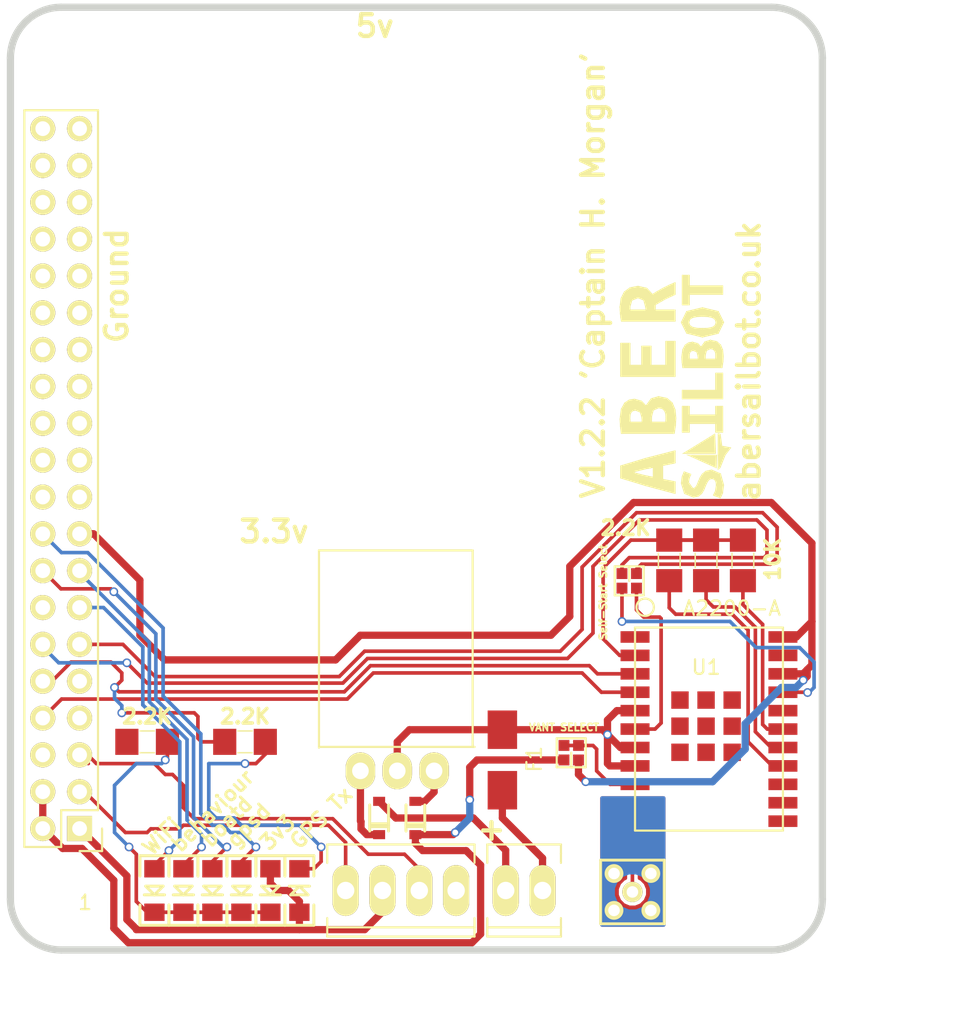
<source format=kicad_pcb>
(kicad_pcb (version 4) (host pcbnew 4.0.6)

  (general
    (links 60)
    (no_connects 12)
    (area 67.5 57.004429 137.6 144.700001)
    (thickness 1.6)
    (drawings 26)
    (tracks 326)
    (zones 0)
    (modules 26)
    (nets 29)
  )

  (page A4)
  (layers
    (0 F.Cu signal)
    (31 B.Cu power)
    (32 B.Adhes user)
    (33 F.Adhes user)
    (34 B.Paste user)
    (35 F.Paste user)
    (36 B.SilkS user)
    (37 F.SilkS user)
    (38 B.Mask user)
    (39 F.Mask user)
    (40 Dwgs.User user)
    (41 Cmts.User user)
    (42 Eco1.User user)
    (43 Eco2.User user)
    (44 Edge.Cuts user)
    (45 Margin user)
    (46 B.CrtYd user)
    (47 F.CrtYd user)
    (48 B.Fab user)
    (49 F.Fab user)
  )

  (setup
    (last_trace_width 0.25)
    (trace_clearance 0.2)
    (zone_clearance 0.24)
    (zone_45_only yes)
    (trace_min 0.2)
    (segment_width 0.2)
    (edge_width 0.2)
    (via_size 0.6)
    (via_drill 0.4)
    (via_min_size 0.4)
    (via_min_drill 0.3)
    (uvia_size 0.3)
    (uvia_drill 0.1)
    (uvias_allowed no)
    (uvia_min_size 0.2)
    (uvia_min_drill 0.1)
    (pcb_text_width 0.3)
    (pcb_text_size 1.5 1.5)
    (mod_edge_width 0.15)
    (mod_text_size 1 1)
    (mod_text_width 0.15)
    (pad_size 1.2 1.2)
    (pad_drill 0)
    (pad_to_mask_clearance 0)
    (aux_axis_origin 0 0)
    (grid_origin 88.9 87.63)
    (visible_elements FFFCFFFF)
    (pcbplotparams
      (layerselection 0x01030_80000001)
      (usegerberextensions false)
      (excludeedgelayer true)
      (linewidth 0.100000)
      (plotframeref false)
      (viasonmask false)
      (mode 1)
      (useauxorigin false)
      (hpglpennumber 1)
      (hpglpenspeed 20)
      (hpglpendiameter 15)
      (hpglpenoverlay 2)
      (psnegative false)
      (psa4output false)
      (plotreference true)
      (plotvalue true)
      (plotinvisibletext false)
      (padsonsilk true)
      (subtractmaskfromsilk false)
      (outputformat 4)
      (mirror false)
      (drillshape 0)
      (scaleselection 1)
      (outputdirectory fab-files/))
  )

  (net 0 "")
  (net 1 +3V3)
  (net 2 +5V)
  (net 3 PI_LED_1)
  (net 4 GPS_RX)
  (net 5 GPS_TX)
  (net 6 PI_LED_2)
  (net 7 PI_LED_3)
  (net 8 PI_LED_4)
  (net 9 GND)
  (net 10 "Net-(J2-Pad2)")
  (net 11 "Net-(J2-Pad1)")
  (net 12 "Net-(LED1-PadK)")
  (net 13 "Net-(R1-Pad1)")
  (net 14 "Net-(F1-Pad2)")
  (net 15 Vout-1v8)
  (net 16 "Net-(R3-Pad1)")
  (net 17 "Net-(R4-Pad1)")
  (net 18 "Net-(D1-PadK)")
  (net 19 "Net-(D2-PadA)")
  (net 20 "Net-(J1-Pad3)")
  (net 21 "Net-(J1-Pad5)")
  (net 22 ON_OFF)
  (net 23 WAKEUP)
  (net 24 "Net-(J3-Pad2)")
  (net 25 "Net-(J3-Pad4)")
  (net 26 "Net-(D1-PadA)")
  (net 27 "Net-(LED5-PadK)")
  (net 28 "Net-(J4-Pad2)")

  (net_class Default "This is the default net class."
    (clearance 0.2)
    (trace_width 0.25)
    (via_dia 0.6)
    (via_drill 0.4)
    (uvia_dia 0.3)
    (uvia_drill 0.1)
    (add_net GPS_RX)
    (add_net GPS_TX)
    (add_net "Net-(J1-Pad3)")
    (add_net "Net-(J1-Pad5)")
    (add_net "Net-(J2-Pad1)")
    (add_net "Net-(J2-Pad2)")
    (add_net "Net-(J3-Pad2)")
    (add_net "Net-(J3-Pad4)")
    (add_net "Net-(J4-Pad2)")
    (add_net "Net-(LED1-PadK)")
    (add_net "Net-(LED5-PadK)")
    (add_net "Net-(R1-Pad1)")
    (add_net "Net-(R3-Pad1)")
    (add_net "Net-(R4-Pad1)")
    (add_net ON_OFF)
    (add_net PI_LED_1)
    (add_net PI_LED_2)
    (add_net PI_LED_3)
    (add_net PI_LED_4)
    (add_net Vout-1v8)
    (add_net WAKEUP)
  )

  (net_class Power ""
    (clearance 0.2)
    (trace_width 0.5)
    (via_dia 0.6)
    (via_drill 0.4)
    (uvia_dia 0.3)
    (uvia_drill 0.1)
    (add_net +3V3)
    (add_net +5V)
    (add_net GND)
    (add_net "Net-(D1-PadA)")
    (add_net "Net-(D1-PadK)")
    (add_net "Net-(D2-PadA)")
    (add_net "Net-(F1-Pad2)")
  )

  (module RPi_Hat:RPi_Hat_Mounting_Hole locked (layer F.Cu) (tedit 551AB250) (tstamp 56D2FF69)
    (at 71.57 76.1)
    (descr "Mounting hole, Befestigungsbohrung, 2,7mm, No Annular, Kein Restring,")
    (tags "Mounting hole, Befestigungsbohrung, 2,7mm, No Annular, Kein Restring,")
    (fp_text reference 1112 (at 0 -4.0005) (layer F.SilkS) hide
      (effects (font (size 1 1) (thickness 0.15)))
    )
    (fp_text value "" (at 0.09906 3.59918) (layer F.Fab) hide
      (effects (font (size 1 1) (thickness 0.15)))
    )
    (fp_circle (center 0 0) (end 1.375 0) (layer F.Fab) (width 0.15))
    (fp_circle (center 0 0) (end 3.1 0) (layer F.Fab) (width 0.15))
    (fp_circle (center 0 0) (end 3.1 0) (layer B.Fab) (width 0.15))
    (fp_circle (center 0 0) (end 1.375 0) (layer B.Fab) (width 0.15))
    (fp_circle (center 0 0) (end 3.1 0) (layer F.CrtYd) (width 0.15))
    (fp_circle (center 0 0) (end 3.1 0) (layer B.CrtYd) (width 0.15))
    (pad "" np_thru_hole circle (at 0 0) (size 2.75 2.75) (drill 2.75) (layers *.Cu *.Mask)
      (solder_mask_margin 1.725) (clearance 1.725))
  )

  (module RPi_Hat:RPi_Hat_Mounting_Hole locked (layer F.Cu) (tedit 551AB250) (tstamp 56D2FF5F)
    (at 120.57 134.1)
    (descr "Mounting hole, Befestigungsbohrung, 2,7mm, No Annular, Kein Restring,")
    (tags "Mounting hole, Befestigungsbohrung, 2,7mm, No Annular, Kein Restring,")
    (fp_text reference 1121 (at 0 -4.0005) (layer F.SilkS) hide
      (effects (font (size 1 1) (thickness 0.15)))
    )
    (fp_text value "" (at 0.09906 3.59918) (layer F.Fab) hide
      (effects (font (size 1 1) (thickness 0.15)))
    )
    (fp_circle (center 0 0) (end 1.375 0) (layer F.Fab) (width 0.15))
    (fp_circle (center 0 0) (end 3.1 0) (layer F.Fab) (width 0.15))
    (fp_circle (center 0 0) (end 3.1 0) (layer B.Fab) (width 0.15))
    (fp_circle (center 0 0) (end 1.375 0) (layer B.Fab) (width 0.15))
    (fp_circle (center 0 0) (end 3.1 0) (layer F.CrtYd) (width 0.15))
    (fp_circle (center 0 0) (end 3.1 0) (layer B.CrtYd) (width 0.15))
    (pad "" np_thru_hole circle (at 0 0) (size 2.75 2.75) (drill 2.75) (layers *.Cu *.Mask)
      (solder_mask_margin 1.725) (clearance 1.725))
  )

  (module Pin_Headers:Pin_Header_Straight_2x20 (layer F.Cu) (tedit 0) (tstamp 56CAC785)
    (at 72.84 129.23 180)
    (descr "Through hole pin header")
    (tags "pin header")
    (path /56C009D2)
    (fp_text reference J1 (at 0 -5.1 180) (layer F.SilkS)
      (effects (font (size 1 1) (thickness 0.15)))
    )
    (fp_text value RPi_GPIO (at 0 -3.1 180) (layer F.Fab)
      (effects (font (size 1 1) (thickness 0.15)))
    )
    (fp_line (start -1.75 -1.75) (end -1.75 50.05) (layer F.CrtYd) (width 0.05))
    (fp_line (start 4.3 -1.75) (end 4.3 50.05) (layer F.CrtYd) (width 0.05))
    (fp_line (start -1.75 -1.75) (end 4.3 -1.75) (layer F.CrtYd) (width 0.05))
    (fp_line (start -1.75 50.05) (end 4.3 50.05) (layer F.CrtYd) (width 0.05))
    (fp_line (start 3.81 49.53) (end 3.81 -1.27) (layer F.SilkS) (width 0.15))
    (fp_line (start -1.27 1.27) (end -1.27 49.53) (layer F.SilkS) (width 0.15))
    (fp_line (start 3.81 49.53) (end -1.27 49.53) (layer F.SilkS) (width 0.15))
    (fp_line (start 3.81 -1.27) (end 1.27 -1.27) (layer F.SilkS) (width 0.15))
    (fp_line (start 0 -1.55) (end -1.55 -1.55) (layer F.SilkS) (width 0.15))
    (fp_line (start 1.27 -1.27) (end 1.27 1.27) (layer F.SilkS) (width 0.15))
    (fp_line (start 1.27 1.27) (end -1.27 1.27) (layer F.SilkS) (width 0.15))
    (fp_line (start -1.55 -1.55) (end -1.55 0) (layer F.SilkS) (width 0.15))
    (pad 1 thru_hole rect (at 0 0 180) (size 1.7272 1.7272) (drill 1.016) (layers *.Cu *.Mask F.SilkS)
      (net 1 +3V3))
    (pad 2 thru_hole oval (at 2.54 0 180) (size 1.7272 1.7272) (drill 1.016) (layers *.Cu *.Mask F.SilkS)
      (net 2 +5V))
    (pad 3 thru_hole oval (at 0 2.54 180) (size 1.7272 1.7272) (drill 1.016) (layers *.Cu *.Mask F.SilkS)
      (net 20 "Net-(J1-Pad3)"))
    (pad 4 thru_hole oval (at 2.54 2.54 180) (size 1.7272 1.7272) (drill 1.016) (layers *.Cu *.Mask F.SilkS)
      (net 2 +5V))
    (pad 5 thru_hole oval (at 0 5.08 180) (size 1.7272 1.7272) (drill 1.016) (layers *.Cu *.Mask F.SilkS)
      (net 21 "Net-(J1-Pad5)"))
    (pad 6 thru_hole oval (at 2.54 5.08 180) (size 1.7272 1.7272) (drill 1.016) (layers *.Cu *.Mask F.SilkS)
      (net 9 GND))
    (pad 7 thru_hole oval (at 0 7.62 180) (size 1.7272 1.7272) (drill 1.016) (layers *.Cu *.Mask F.SilkS))
    (pad 8 thru_hole oval (at 2.54 7.62 180) (size 1.7272 1.7272) (drill 1.016) (layers *.Cu *.Mask F.SilkS)
      (net 4 GPS_RX))
    (pad 9 thru_hole oval (at 0 10.16 180) (size 1.7272 1.7272) (drill 1.016) (layers *.Cu *.Mask F.SilkS)
      (net 9 GND))
    (pad 10 thru_hole oval (at 2.54 10.16 180) (size 1.7272 1.7272) (drill 1.016) (layers *.Cu *.Mask F.SilkS)
      (net 5 GPS_TX))
    (pad 11 thru_hole oval (at 0 12.7 180) (size 1.7272 1.7272) (drill 1.016) (layers *.Cu *.Mask F.SilkS)
      (net 22 ON_OFF))
    (pad 12 thru_hole oval (at 2.54 12.7 180) (size 1.7272 1.7272) (drill 1.016) (layers *.Cu *.Mask F.SilkS)
      (net 23 WAKEUP))
    (pad 13 thru_hole oval (at 0 15.24 180) (size 1.7272 1.7272) (drill 1.016) (layers *.Cu *.Mask F.SilkS)
      (net 3 PI_LED_1))
    (pad 14 thru_hole oval (at 2.54 15.24 180) (size 1.7272 1.7272) (drill 1.016) (layers *.Cu *.Mask F.SilkS)
      (net 9 GND))
    (pad 15 thru_hole oval (at 0 17.78 180) (size 1.7272 1.7272) (drill 1.016) (layers *.Cu *.Mask F.SilkS)
      (net 6 PI_LED_2))
    (pad 16 thru_hole oval (at 2.54 17.78 180) (size 1.7272 1.7272) (drill 1.016) (layers *.Cu *.Mask F.SilkS)
      (net 7 PI_LED_3))
    (pad 17 thru_hole oval (at 0 20.32 180) (size 1.7272 1.7272) (drill 1.016) (layers *.Cu *.Mask F.SilkS)
      (net 1 +3V3))
    (pad 18 thru_hole oval (at 2.54 20.32 180) (size 1.7272 1.7272) (drill 1.016) (layers *.Cu *.Mask F.SilkS)
      (net 8 PI_LED_4))
    (pad 19 thru_hole oval (at 0 22.86 180) (size 1.7272 1.7272) (drill 1.016) (layers *.Cu *.Mask F.SilkS))
    (pad 20 thru_hole oval (at 2.54 22.86 180) (size 1.7272 1.7272) (drill 1.016) (layers *.Cu *.Mask F.SilkS)
      (net 9 GND))
    (pad 21 thru_hole oval (at 0 25.4 180) (size 1.7272 1.7272) (drill 1.016) (layers *.Cu *.Mask F.SilkS))
    (pad 22 thru_hole oval (at 2.54 25.4 180) (size 1.7272 1.7272) (drill 1.016) (layers *.Cu *.Mask F.SilkS))
    (pad 23 thru_hole oval (at 0 27.94 180) (size 1.7272 1.7272) (drill 1.016) (layers *.Cu *.Mask F.SilkS))
    (pad 24 thru_hole oval (at 2.54 27.94 180) (size 1.7272 1.7272) (drill 1.016) (layers *.Cu *.Mask F.SilkS))
    (pad 25 thru_hole oval (at 0 30.48 180) (size 1.7272 1.7272) (drill 1.016) (layers *.Cu *.Mask F.SilkS)
      (net 9 GND))
    (pad 26 thru_hole oval (at 2.54 30.48 180) (size 1.7272 1.7272) (drill 1.016) (layers *.Cu *.Mask F.SilkS))
    (pad 27 thru_hole oval (at 0 33.02 180) (size 1.7272 1.7272) (drill 1.016) (layers *.Cu *.Mask F.SilkS))
    (pad 28 thru_hole oval (at 2.54 33.02 180) (size 1.7272 1.7272) (drill 1.016) (layers *.Cu *.Mask F.SilkS))
    (pad 29 thru_hole oval (at 0 35.56 180) (size 1.7272 1.7272) (drill 1.016) (layers *.Cu *.Mask F.SilkS))
    (pad 30 thru_hole oval (at 2.54 35.56 180) (size 1.7272 1.7272) (drill 1.016) (layers *.Cu *.Mask F.SilkS)
      (net 9 GND))
    (pad 31 thru_hole oval (at 0 38.1 180) (size 1.7272 1.7272) (drill 1.016) (layers *.Cu *.Mask F.SilkS))
    (pad 32 thru_hole oval (at 2.54 38.1 180) (size 1.7272 1.7272) (drill 1.016) (layers *.Cu *.Mask F.SilkS))
    (pad 33 thru_hole oval (at 0 40.64 180) (size 1.7272 1.7272) (drill 1.016) (layers *.Cu *.Mask F.SilkS))
    (pad 34 thru_hole oval (at 2.54 40.64 180) (size 1.7272 1.7272) (drill 1.016) (layers *.Cu *.Mask F.SilkS)
      (net 9 GND))
    (pad 35 thru_hole oval (at 0 43.18 180) (size 1.7272 1.7272) (drill 1.016) (layers *.Cu *.Mask F.SilkS))
    (pad 36 thru_hole oval (at 2.54 43.18 180) (size 1.7272 1.7272) (drill 1.016) (layers *.Cu *.Mask F.SilkS))
    (pad 37 thru_hole oval (at 0 45.72 180) (size 1.7272 1.7272) (drill 1.016) (layers *.Cu *.Mask F.SilkS))
    (pad 38 thru_hole oval (at 2.54 45.72 180) (size 1.7272 1.7272) (drill 1.016) (layers *.Cu *.Mask F.SilkS))
    (pad 39 thru_hole oval (at 0 48.26 180) (size 1.7272 1.7272) (drill 1.016) (layers *.Cu *.Mask F.SilkS)
      (net 9 GND))
    (pad 40 thru_hole oval (at 2.54 48.26 180) (size 1.7272 1.7272) (drill 1.016) (layers *.Cu *.Mask F.SilkS))
    (model Pin_Headers.3dshapes/Pin_Header_Straight_2x20.wrl
      (at (xyz 0.05 -0.95 -0.0623))
      (scale (xyz 1 1 1))
      (rotate (xyz 180 0 90))
    )
  )

  (module Sockets_MOLEX_KK-System:Socket_MOLEX-KK-RM2-54mm_Lock_2pin_straight (layer F.Cu) (tedit 5740FFCD) (tstamp 56CAC7B6)
    (at 103.5 133.5 180)
    (descr "Socket, MOLEX, KK, RM 2.54mm, Lock, 2pin, straight,")
    (tags "Socket, MOLEX, KK, RM 2.54mm, Lock, 2pin, straight,")
    (path /56C07B0C)
    (fp_text reference P1 (at 0 -4.445 180) (layer F.SilkS) hide
      (effects (font (size 1 1) (thickness 0.15)))
    )
    (fp_text value BATT (at -0.635 5.08 180) (layer F.Fab)
      (effects (font (size 1 1) (thickness 0.15)))
    )
    (fp_line (start -2.54 -2.54) (end 2.54 -2.54) (layer F.SilkS) (width 0.15))
    (fp_line (start 2.54 3.175) (end 2.54 1.905) (layer F.SilkS) (width 0.15))
    (fp_line (start 2.54 -2.54) (end 2.54 -1.905) (layer F.SilkS) (width 0.15))
    (fp_line (start -2.54 2.54) (end -2.54 1.905) (layer F.SilkS) (width 0.15))
    (fp_line (start -2.54 -2.54) (end -2.54 -1.905) (layer F.SilkS) (width 0.15))
    (fp_line (start -2.54 -2.54) (end -2.54 -3.175) (layer F.SilkS) (width 0.15))
    (fp_line (start -2.54 -3.175) (end 2.54 -3.175) (layer F.SilkS) (width 0.15))
    (fp_line (start 2.54 -3.175) (end 2.54 -2.54) (layer F.SilkS) (width 0.15))
    (fp_line (start 2.54 3.175) (end -2.54 3.175) (layer F.SilkS) (width 0.15))
    (fp_line (start -2.54 3.175) (end -2.54 2.54) (layer F.SilkS) (width 0.15))
    (pad 1 thru_hole oval (at -1.27 0 180) (size 1.80086 3.50012) (drill 1.19888) (layers *.Cu *.Mask F.SilkS)
      (net 14 "Net-(F1-Pad2)"))
    (pad 2 thru_hole oval (at 1.27 0 180) (size 1.80086 3.50012) (drill 1.19888) (layers *.Cu *.Mask F.SilkS)
      (net 26 "Net-(D1-PadA)"))
  )

  (module A2200-A:A2200-A (layer F.Cu) (tedit 574222FE) (tstamp 56CAC7EC)
    (at 116.05 122.17)
    (tags "GPS Receiver A2200-A")
    (path /56C0089D)
    (fp_text reference U1 (at 0 -4.064) (layer F.SilkS)
      (effects (font (size 1 1) (thickness 0.15)))
    )
    (fp_text value A2200-A (at 1.778 -8.128) (layer F.SilkS)
      (effects (font (size 1 1) (thickness 0.15)))
    )
    (fp_circle (center -4.2 -8.2) (end -4.8 -8.2) (layer F.SilkS) (width 0.15))
    (fp_line (start 5.3 -6.8) (end 5.3 7.2) (layer F.SilkS) (width 0.15))
    (fp_line (start -4.9 -6.8) (end 5.3 -6.8) (layer F.SilkS) (width 0.15))
    (fp_line (start -4.9 -6.8) (end -4.9 7.2) (layer F.SilkS) (width 0.15))
    (fp_line (start -4.9 7.2) (end 5.3 7.2) (layer F.SilkS) (width 0.15))
    (pad 1 smd rect (at -4.9 -6.15) (size 2 0.8) (layers F.Cu F.Paste F.Mask))
    (pad 2 smd rect (at -4.9 -4.88) (size 2 0.8) (layers F.Cu F.Paste F.Mask)
      (net 15 Vout-1v8))
    (pad 3 smd rect (at -4.9 -3.61) (size 2 0.8) (layers F.Cu F.Paste F.Mask)
      (net 5 GPS_TX))
    (pad 4 smd rect (at -4.9 -2.34) (size 2 0.8) (layers F.Cu F.Paste F.Mask)
      (net 4 GPS_RX))
    (pad 5 smd rect (at -4.9 -1.07) (size 2 0.8) (layers F.Cu F.Paste F.Mask)
      (net 9 GND))
    (pad 6 smd rect (at -4.9 0.2) (size 2 0.8) (layers F.Cu F.Paste F.Mask)
      (net 24 "Net-(J3-Pad2)"))
    (pad 7 smd rect (at -4.9 1.47) (size 2 0.8) (layers F.Cu F.Paste F.Mask)
      (net 9 GND))
    (pad 8 smd rect (at -4.9 2.74) (size 2 0.8) (layers F.Cu F.Paste F.Mask)
      (net 9 GND))
    (pad 9 smd rect (at -4.9 4.01) (size 2 0.8) (layers F.Cu F.Paste F.Mask)
      (net 28 "Net-(J4-Pad2)"))
    (pad 10 smd rect (at -4.9 5.28) (size 2 0.8) (layers F.Cu F.Paste F.Mask)
      (net 10 "Net-(J2-Pad2)"))
    (pad 11 smd rect (at -4.9 6.55) (size 2 0.8) (layers F.Cu F.Paste F.Mask)
      (net 11 "Net-(J2-Pad1)"))
    (pad 12 smd rect (at 5.3 6.55) (size 2 0.8) (layers F.Cu F.Paste F.Mask))
    (pad 13 smd rect (at 5.3 5.28) (size 2 0.8) (layers F.Cu F.Paste F.Mask))
    (pad 14 smd rect (at 5.3 4.01) (size 2 0.8) (layers F.Cu F.Paste F.Mask))
    (pad 15 smd rect (at 5.3 2.74) (size 2 0.8) (layers F.Cu F.Paste F.Mask)
      (net 16 "Net-(R3-Pad1)"))
    (pad 16 smd rect (at 5.3 1.47) (size 2 0.8) (layers F.Cu F.Paste F.Mask)
      (net 17 "Net-(R4-Pad1)"))
    (pad 17 smd rect (at 5.3 0.2) (size 2 0.8) (layers F.Cu F.Paste F.Mask)
      (net 13 "Net-(R1-Pad1)"))
    (pad 18 smd rect (at 5.3 -1.07) (size 2 0.8) (layers F.Cu F.Paste F.Mask))
    (pad 19 smd rect (at 5.3 -2.34) (size 2 0.8) (layers F.Cu F.Paste F.Mask)
      (net 25 "Net-(J3-Pad4)"))
    (pad 20 smd rect (at 5.3 -3.61) (size 2 0.8) (layers F.Cu F.Paste F.Mask)
      (net 1 +3V3))
    (pad 21 smd rect (at 5.3 -4.88) (size 2 0.8) (layers F.Cu F.Paste F.Mask))
    (pad 22 smd rect (at 5.3 -6.15) (size 2 0.8) (layers F.Cu F.Paste F.Mask)
      (net 1 +3V3))
    (pad 23 smd rect (at -1.8 -1.8) (size 1.2 1.2) (layers F.Cu F.Paste F.Mask))
    (pad 24 smd rect (at -1.8 0) (size 1.2 1.2) (layers F.Cu F.Paste F.Mask))
    (pad 25 smd rect (at -1.8 1.8) (size 1.2 1.2) (layers F.Cu F.Paste F.Mask))
    (pad 26 smd rect (at 0 -1.8) (size 1.2 1.2) (layers F.Cu F.Paste F.Mask))
    (pad 27 smd rect (at 0 0) (size 1.2 1.2) (layers F.Cu F.Paste F.Mask))
    (pad 29 smd rect (at 0 1.8) (size 1.2 1.2) (layers F.Cu F.Paste F.Mask))
    (pad 30 smd rect (at 1.8 -1.8) (size 1.2 1.2) (layers F.Cu F.Paste F.Mask))
    (pad 31 smd rect (at 1.8 0) (size 1.2 1.2) (layers F.Cu F.Paste F.Mask))
    (pad 32 smd rect (at 1.8 1.8) (size 1.2 1.2) (layers F.Cu F.Paste F.Mask))
  )

  (module RPi_Hat:RPi_Hat_Mounting_Hole locked (layer F.Cu) (tedit 551AB250) (tstamp 56D2FD86)
    (at 71.57 134.1)
    (descr "Mounting hole, Befestigungsbohrung, 2,7mm, No Annular, Kein Restring,")
    (tags "Mounting hole, Befestigungsbohrung, 2,7mm, No Annular, Kein Restring,")
    (fp_text reference 1111 (at 0 -4.0005) (layer F.SilkS) hide
      (effects (font (size 1 1) (thickness 0.15)))
    )
    (fp_text value "" (at 0.09906 3.59918) (layer F.Fab) hide
      (effects (font (size 1 1) (thickness 0.15)))
    )
    (fp_circle (center 0 0) (end 1.375 0) (layer F.Fab) (width 0.15))
    (fp_circle (center 0 0) (end 3.1 0) (layer F.Fab) (width 0.15))
    (fp_circle (center 0 0) (end 3.1 0) (layer B.Fab) (width 0.15))
    (fp_circle (center 0 0) (end 1.375 0) (layer B.Fab) (width 0.15))
    (fp_circle (center 0 0) (end 3.1 0) (layer F.CrtYd) (width 0.15))
    (fp_circle (center 0 0) (end 3.1 0) (layer B.CrtYd) (width 0.15))
    (pad "" np_thru_hole circle (at 0 0) (size 2.75 2.75) (drill 2.75) (layers *.Cu *.Mask)
      (solder_mask_margin 1.725) (clearance 1.725))
  )

  (module Fuse_Holders_and_Fuses:Fuse_SMD1206_HandSoldering (layer F.Cu) (tedit 0) (tstamp 56C23869)
    (at 102 124.5 270)
    (descr "Fuse, Sicherung, SMD1206, Littlefuse-Wickmann 433 Series, Hand Soldering,")
    (tags "Fuse, Sicherung, SMD1206,  Littlefuse-Wickmann 433 Series, Hand Soldering,")
    (path /56C2331F)
    (attr smd)
    (fp_text reference F1 (at -0.0508 -2.19964 270) (layer F.SilkS)
      (effects (font (size 1 1) (thickness 0.15)))
    )
    (fp_text value POLYFUSE (at -0.14986 2.49936 270) (layer F.Fab)
      (effects (font (size 1 1) (thickness 0.15)))
    )
    (pad 1 smd rect (at -2.08534 0) (size 2.02946 2.65176) (layers F.Cu F.Paste F.Mask)
      (net 9 GND))
    (pad 2 smd rect (at 2.08534 0) (size 2.02946 2.65176) (layers F.Cu F.Paste F.Mask)
      (net 14 "Net-(F1-Pad2)"))
  )

  (module Universal:MMCX_V (layer F.Cu) (tedit 5740FFC5) (tstamp 573D1C0C)
    (at 110.97 133.6)
    (path /56C0146F)
    (fp_text reference J2 (at -0.1 -3.15) (layer F.SilkS) hide
      (effects (font (size 1 1) (thickness 0.2)))
    )
    (fp_text value MMCX_H (at 0 3.4) (layer F.SilkS) hide
      (effects (font (size 1 1) (thickness 0.2)))
    )
    (fp_line (start -2.19456 -2.19456) (end 2.19456 -2.19456) (layer F.SilkS) (width 0.19812))
    (fp_line (start 2.19456 -2.19456) (end 2.19456 2.19456) (layer F.SilkS) (width 0.19812))
    (fp_line (start -2.19456 2.19456) (end 2.19456 2.19456) (layer F.SilkS) (width 0.19812))
    (fp_line (start -2.19456 -2.19456) (end -2.19456 2.19456) (layer F.SilkS) (width 0.19812))
    (fp_text user "" (at 4.34086 3.04038) (layer F.SilkS) hide
      (effects (font (size 1 1) (thickness 0.2)))
    )
    (pad 4 thru_hole circle (at -1.27 1.27) (size 1.2954 1.2954) (drill 0.79756) (layers *.Cu *.Mask B.Paste F.SilkS)
      (net 10 "Net-(J2-Pad2)") (clearance 0.09906))
    (pad 5 thru_hole circle (at 1.27 1.27) (size 1.2954 1.2954) (drill 0.79756) (layers *.Cu *.Mask B.Paste F.SilkS)
      (net 10 "Net-(J2-Pad2)") (clearance 0.19558))
    (pad 3 thru_hole circle (at 1.27 -1.27) (size 1.2954 1.2954) (drill 0.79756) (layers *.Cu *.Mask B.Paste F.SilkS)
      (net 10 "Net-(J2-Pad2)") (clearance 0.09906))
    (pad 2 thru_hole circle (at -1.27 -1.27) (size 1.2954 1.2954) (drill 0.79756) (layers *.Cu *.Mask B.Paste F.SilkS)
      (net 10 "Net-(J2-Pad2)") (clearance 0.09906))
    (pad 1 thru_hole circle (at 0 0) (size 1.397 1.397) (drill 0.79756) (layers *.Cu *.Mask B.Paste F.SilkS)
      (net 11 "Net-(J2-Pad1)") (clearance 0.19558))
  )

  (module FT:DIODE_SOD-323 (layer F.Cu) (tedit 54779E8D) (tstamp 573D68EB)
    (at 96 128.5 90)
    (path /573A3154)
    (fp_text reference D2 (at 0.2 0 90) (layer Eco1.User)
      (effects (font (size 0.6 0.6) (thickness 0.1)))
    )
    (fp_text value DIODE_SCHOTTKY (at 0 1.25 90) (layer Eco1.User) hide
      (effects (font (size 0.6 0.6) (thickness 0.1)))
    )
    (fp_line (start -0.89916 -0.6477) (end -0.49784 -0.6477) (layer F.SilkS) (width 0.2032))
    (fp_line (start -0.49784 -0.6477) (end 0.89916 -0.6477) (layer F.SilkS) (width 0.2032))
    (fp_line (start -0.89916 0.6477) (end -0.49784 0.6477) (layer F.SilkS) (width 0.2032))
    (fp_line (start -0.49784 0.6477) (end 0.89916 0.6477) (layer F.SilkS) (width 0.2032))
    (fp_line (start -0.5 -0.5) (end -0.5 0.5) (layer F.SilkS) (width 0.4))
    (pad K smd rect (at -1.14808 0 90) (size 0.62992 0.82804) (layers F.Cu F.Paste F.Mask)
      (net 2 +5V))
    (pad A smd rect (at 1.14808 0 90) (size 0.62992 0.82804) (layers F.Cu F.Paste F.Mask)
      (net 19 "Net-(D2-PadA)"))
  )

  (module FT:DIODE_SOD-323 (layer F.Cu) (tedit 54779E8D) (tstamp 573D68D9)
    (at 93.5 128.5 90)
    (path /573A5A31)
    (fp_text reference D1 (at 0.2 0 90) (layer Eco1.User)
      (effects (font (size 0.6 0.6) (thickness 0.1)))
    )
    (fp_text value DIODE_SCHOTTKY (at 0 1.25 90) (layer Eco1.User) hide
      (effects (font (size 0.6 0.6) (thickness 0.1)))
    )
    (fp_line (start -0.89916 -0.6477) (end -0.49784 -0.6477) (layer F.SilkS) (width 0.2032))
    (fp_line (start -0.49784 -0.6477) (end 0.89916 -0.6477) (layer F.SilkS) (width 0.2032))
    (fp_line (start -0.89916 0.6477) (end -0.49784 0.6477) (layer F.SilkS) (width 0.2032))
    (fp_line (start -0.49784 0.6477) (end 0.89916 0.6477) (layer F.SilkS) (width 0.2032))
    (fp_line (start -0.5 -0.5) (end -0.5 0.5) (layer F.SilkS) (width 0.4))
    (pad K smd rect (at -1.14808 0 90) (size 0.62992 0.82804) (layers F.Cu F.Paste F.Mask)
      (net 18 "Net-(D1-PadK)"))
    (pad A smd rect (at 1.14808 0 90) (size 0.62992 0.82804) (layers F.Cu F.Paste F.Mask)
      (net 26 "Net-(D1-PadA)"))
  )

  (module Sockets_MOLEX_KK-System:Socket_MOLEX-KK-RM2-54mm_Lock_4pin_straight (layer F.Cu) (tedit 5740FFD4) (tstamp 57470249)
    (at 95 133.5 180)
    (descr "Socket, MOLEX, KK, RM 2.54mm, Lock, 4pin, straight,")
    (tags "Socket, MOLEX, KK, RM 2.54mm, Lock, 4pin, straight,")
    (path /573E39CA)
    (fp_text reference JP1 (at 0 -5.08 180) (layer F.SilkS) hide
      (effects (font (size 1 1) (thickness 0.15)))
    )
    (fp_text value M02X02 (at 0 5.08 180) (layer F.Fab)
      (effects (font (size 1 1) (thickness 0.15)))
    )
    (fp_line (start 5.08 -2.54) (end -5.08 -2.54) (layer F.SilkS) (width 0.15))
    (fp_line (start 5.08 1.905) (end 5.08 3.175) (layer F.SilkS) (width 0.15))
    (fp_line (start -5.08 -1.905) (end -5.08 -3.175) (layer F.SilkS) (width 0.15))
    (fp_line (start -5.08 -3.175) (end 5.08 -3.175) (layer F.SilkS) (width 0.15))
    (fp_line (start 5.08 -3.175) (end 5.08 -1.905) (layer F.SilkS) (width 0.15))
    (fp_line (start 5.08 3.175) (end -5.08 3.175) (layer F.SilkS) (width 0.15))
    (fp_line (start -5.08 3.175) (end -5.08 1.905) (layer F.SilkS) (width 0.15))
    (pad 1 thru_hole oval (at -3.81 0 180) (size 1.80086 3.50012) (drill 1.19888) (layers *.Cu *.Mask F.SilkS)
      (net 9 GND))
    (pad 2 thru_hole oval (at -1.27 0 180) (size 1.80086 3.50012) (drill 1.19888) (layers *.Cu *.Mask F.SilkS)
      (net 21 "Net-(J1-Pad5)"))
    (pad 3 thru_hole oval (at 1.27 0 180) (size 1.80086 3.50012) (drill 1.19888) (layers *.Cu *.Mask F.SilkS)
      (net 1 +3V3))
    (pad 4 thru_hole oval (at 3.81 0 180) (size 1.80086 3.50012) (drill 1.19888) (layers *.Cu *.Mask F.SilkS)
      (net 20 "Net-(J1-Pad3)"))
  )

  (module Sailbot_Custom:2-WAY-SMD-JUMPER (layer F.Cu) (tedit 573E1D1E) (tstamp 5747023A)
    (at 110.75 112.15 270)
    (path /573E1218)
    (fp_text reference J3 (at 3.5 0 270) (layer F.SilkS) hide
      (effects (font (size 1 1) (thickness 0.15)))
    )
    (fp_text value PINHEADER_2X2_SMD (at 0 -2.5 270) (layer F.Fab) hide
      (effects (font (size 1 1) (thickness 0.15)))
    )
    (fp_text user "Self-Start Select" (at 0.8 1.8 270) (layer F.SilkS)
      (effects (font (size 0.5 0.5) (thickness 0.125)))
    )
    (fp_line (start -1 1) (end 0 1) (layer F.SilkS) (width 0.15))
    (fp_line (start -1 1) (end -1 0) (layer F.SilkS) (width 0.15))
    (fp_line (start -1 0) (end -1 1) (layer F.SilkS) (width 0.15))
    (fp_line (start 0 -1) (end 1 -1) (layer F.SilkS) (width 0.15))
    (fp_line (start 1 -1) (end 1 1) (layer F.SilkS) (width 0.15))
    (fp_line (start 1 1) (end 0 1) (layer F.SilkS) (width 0.15))
    (fp_line (start 0 0) (end -1 0) (layer F.SilkS) (width 0.15))
    (fp_line (start -1 0) (end -1 -1) (layer F.SilkS) (width 0.15))
    (fp_line (start -1 -1) (end 0 -1) (layer F.SilkS) (width 0.15))
    (pad 1 smd rect (at -0.5 -0.5 270) (size 0.75 0.75) (layers F.Cu F.Mask)
      (net 22 ON_OFF))
    (pad 2 smd rect (at 0.5 -0.5 270) (size 0.75 0.75) (layers F.Cu F.Mask)
      (net 24 "Net-(J3-Pad2)"))
    (pad 4 smd rect (at 0.5 0.5 270) (size 0.75 0.75) (layers F.Cu F.Mask)
      (net 25 "Net-(J3-Pad4)"))
    (pad 3 smd rect (at -0.5 0.5 270) (size 0.75 0.75) (layers F.Cu F.Mask)
      (net 23 WAKEUP))
  )

  (module Sailbot_Custom:LED-1206 (layer F.Cu) (tedit 0) (tstamp 5750217C)
    (at 86 133.5 270)
    (path /573E71D9)
    (fp_text reference LED6 (at 0 -1 270) (layer Eco1.User)
      (effects (font (size 0.2 0.2) (thickness 0.03048)))
    )
    (fp_text value LED (at 0 0.95 270) (layer Eco1.User)
      (effects (font (size 0.2 0.2) (thickness 0.03048)))
    )
    (fp_line (start -0.99822 -0.99822) (end -2.39776 -0.99822) (layer F.SilkS) (width 0.2032))
    (fp_line (start -2.39776 -0.99822) (end -2.39776 0.99822) (layer F.SilkS) (width 0.2032))
    (fp_line (start -2.39776 0.99822) (end -0.99822 0.99822) (layer F.SilkS) (width 0.2032))
    (fp_line (start 0.99822 -0.99822) (end 2.39776 -0.99822) (layer F.SilkS) (width 0.2032))
    (fp_line (start 2.39776 -0.99822) (end 2.39776 0.99822) (layer F.SilkS) (width 0.2032))
    (fp_line (start 2.39776 0.99822) (end 0.99822 0.99822) (layer F.SilkS) (width 0.2032))
    (fp_line (start 0.29972 -0.6985) (end 0.29972 0) (layer F.SilkS) (width 0.2032))
    (fp_line (start 0.29972 0) (end 0.29972 0.6985) (layer F.SilkS) (width 0.2032))
    (fp_line (start 0.29972 0) (end -0.29972 -0.59944) (layer F.SilkS) (width 0.2032))
    (fp_line (start -0.29972 -0.59944) (end -0.29972 0.59944) (layer F.SilkS) (width 0.2032))
    (fp_line (start -0.29972 0.59944) (end 0.29972 0) (layer F.SilkS) (width 0.2032))
    (pad A smd rect (at -1.4986 0 270) (size 1.19888 1.39954) (layers F.Cu F.Paste F.Mask)
      (net 1 +3V3))
    (pad K smd rect (at 1.4986 0 270) (size 1.19888 1.39954) (layers F.Cu F.Paste F.Mask)
      (net 12 "Net-(LED1-PadK)"))
    (model LEDs.3dshapes/LED_1206.wrl
      (at (xyz 0 0 0))
      (scale (xyz 1 1 1))
      (rotate (xyz 0 0 0))
    )
  )

  (module Sailbot_Custom:LED-1206 (layer F.Cu) (tedit 0) (tstamp 5750216B)
    (at 88 133.5 90)
    (path /573E723E)
    (fp_text reference LED5 (at 0 -1 90) (layer Eco1.User)
      (effects (font (size 0.2 0.2) (thickness 0.03048)))
    )
    (fp_text value LED (at 0 0.95 90) (layer Eco1.User)
      (effects (font (size 0.2 0.2) (thickness 0.03048)))
    )
    (fp_line (start -0.99822 -0.99822) (end -2.39776 -0.99822) (layer F.SilkS) (width 0.2032))
    (fp_line (start -2.39776 -0.99822) (end -2.39776 0.99822) (layer F.SilkS) (width 0.2032))
    (fp_line (start -2.39776 0.99822) (end -0.99822 0.99822) (layer F.SilkS) (width 0.2032))
    (fp_line (start 0.99822 -0.99822) (end 2.39776 -0.99822) (layer F.SilkS) (width 0.2032))
    (fp_line (start 2.39776 -0.99822) (end 2.39776 0.99822) (layer F.SilkS) (width 0.2032))
    (fp_line (start 2.39776 0.99822) (end 0.99822 0.99822) (layer F.SilkS) (width 0.2032))
    (fp_line (start 0.29972 -0.6985) (end 0.29972 0) (layer F.SilkS) (width 0.2032))
    (fp_line (start 0.29972 0) (end 0.29972 0.6985) (layer F.SilkS) (width 0.2032))
    (fp_line (start 0.29972 0) (end -0.29972 -0.59944) (layer F.SilkS) (width 0.2032))
    (fp_line (start -0.29972 -0.59944) (end -0.29972 0.59944) (layer F.SilkS) (width 0.2032))
    (fp_line (start -0.29972 0.59944) (end 0.29972 0) (layer F.SilkS) (width 0.2032))
    (pad A smd rect (at -1.4986 0 90) (size 1.19888 1.39954) (layers F.Cu F.Paste F.Mask)
      (net 1 +3V3))
    (pad K smd rect (at 1.4986 0 90) (size 1.19888 1.39954) (layers F.Cu F.Paste F.Mask)
      (net 27 "Net-(LED5-PadK)"))
    (model LEDs.3dshapes/LED_1206.wrl
      (at (xyz 0 0 0))
      (scale (xyz 1 1 1))
      (rotate (xyz 0 0 0))
    )
  )

  (module Sailbot_Custom:LED-1206 (layer F.Cu) (tedit 0) (tstamp 56CAC7A6)
    (at 84 133.5 270)
    (path /56C01B3D)
    (fp_text reference LED4 (at 0 -1 270) (layer Eco1.User)
      (effects (font (size 0.2 0.2) (thickness 0.03048)))
    )
    (fp_text value LED (at 0 0.95 270) (layer Eco1.User)
      (effects (font (size 0.2 0.2) (thickness 0.03048)))
    )
    (fp_line (start -0.99822 -0.99822) (end -2.39776 -0.99822) (layer F.SilkS) (width 0.2032))
    (fp_line (start -2.39776 -0.99822) (end -2.39776 0.99822) (layer F.SilkS) (width 0.2032))
    (fp_line (start -2.39776 0.99822) (end -0.99822 0.99822) (layer F.SilkS) (width 0.2032))
    (fp_line (start 0.99822 -0.99822) (end 2.39776 -0.99822) (layer F.SilkS) (width 0.2032))
    (fp_line (start 2.39776 -0.99822) (end 2.39776 0.99822) (layer F.SilkS) (width 0.2032))
    (fp_line (start 2.39776 0.99822) (end 0.99822 0.99822) (layer F.SilkS) (width 0.2032))
    (fp_line (start 0.29972 -0.6985) (end 0.29972 0) (layer F.SilkS) (width 0.2032))
    (fp_line (start 0.29972 0) (end 0.29972 0.6985) (layer F.SilkS) (width 0.2032))
    (fp_line (start 0.29972 0) (end -0.29972 -0.59944) (layer F.SilkS) (width 0.2032))
    (fp_line (start -0.29972 -0.59944) (end -0.29972 0.59944) (layer F.SilkS) (width 0.2032))
    (fp_line (start -0.29972 0.59944) (end 0.29972 0) (layer F.SilkS) (width 0.2032))
    (pad A smd rect (at -1.4986 0 270) (size 1.19888 1.39954) (layers F.Cu F.Paste F.Mask)
      (net 8 PI_LED_4))
    (pad K smd rect (at 1.4986 0 270) (size 1.19888 1.39954) (layers F.Cu F.Paste F.Mask)
      (net 12 "Net-(LED1-PadK)"))
    (model LEDs.3dshapes/LED_1206.wrl
      (at (xyz 0 0 0))
      (scale (xyz 1 1 1))
      (rotate (xyz 0 0 0))
    )
  )

  (module Sailbot_Custom:LED-1206 (layer F.Cu) (tedit 0) (tstamp 56CAC7A0)
    (at 82 133.5 270)
    (path /56C01B0C)
    (fp_text reference LED3 (at 0 -1 270) (layer Eco1.User)
      (effects (font (size 0.2 0.2) (thickness 0.03048)))
    )
    (fp_text value LED (at 0 0.95 270) (layer Eco1.User)
      (effects (font (size 0.2 0.2) (thickness 0.03048)))
    )
    (fp_line (start -0.99822 -0.99822) (end -2.39776 -0.99822) (layer F.SilkS) (width 0.2032))
    (fp_line (start -2.39776 -0.99822) (end -2.39776 0.99822) (layer F.SilkS) (width 0.2032))
    (fp_line (start -2.39776 0.99822) (end -0.99822 0.99822) (layer F.SilkS) (width 0.2032))
    (fp_line (start 0.99822 -0.99822) (end 2.39776 -0.99822) (layer F.SilkS) (width 0.2032))
    (fp_line (start 2.39776 -0.99822) (end 2.39776 0.99822) (layer F.SilkS) (width 0.2032))
    (fp_line (start 2.39776 0.99822) (end 0.99822 0.99822) (layer F.SilkS) (width 0.2032))
    (fp_line (start 0.29972 -0.6985) (end 0.29972 0) (layer F.SilkS) (width 0.2032))
    (fp_line (start 0.29972 0) (end 0.29972 0.6985) (layer F.SilkS) (width 0.2032))
    (fp_line (start 0.29972 0) (end -0.29972 -0.59944) (layer F.SilkS) (width 0.2032))
    (fp_line (start -0.29972 -0.59944) (end -0.29972 0.59944) (layer F.SilkS) (width 0.2032))
    (fp_line (start -0.29972 0.59944) (end 0.29972 0) (layer F.SilkS) (width 0.2032))
    (pad A smd rect (at -1.4986 0 270) (size 1.19888 1.39954) (layers F.Cu F.Paste F.Mask)
      (net 7 PI_LED_3))
    (pad K smd rect (at 1.4986 0 270) (size 1.19888 1.39954) (layers F.Cu F.Paste F.Mask)
      (net 12 "Net-(LED1-PadK)"))
    (model LEDs.3dshapes/LED_1206.wrl
      (at (xyz 0 0 0))
      (scale (xyz 1 1 1))
      (rotate (xyz 0 0 0))
    )
  )

  (module Sailbot_Custom:LED-1206 (layer F.Cu) (tedit 0) (tstamp 56CAC79A)
    (at 80 133.5 270)
    (path /56C01AE2)
    (fp_text reference LED2 (at 0 -1 270) (layer Eco1.User)
      (effects (font (size 0.2 0.2) (thickness 0.03048)))
    )
    (fp_text value LED (at 0 0.95 270) (layer Eco1.User)
      (effects (font (size 0.2 0.2) (thickness 0.03048)))
    )
    (fp_line (start -0.99822 -0.99822) (end -2.39776 -0.99822) (layer F.SilkS) (width 0.2032))
    (fp_line (start -2.39776 -0.99822) (end -2.39776 0.99822) (layer F.SilkS) (width 0.2032))
    (fp_line (start -2.39776 0.99822) (end -0.99822 0.99822) (layer F.SilkS) (width 0.2032))
    (fp_line (start 0.99822 -0.99822) (end 2.39776 -0.99822) (layer F.SilkS) (width 0.2032))
    (fp_line (start 2.39776 -0.99822) (end 2.39776 0.99822) (layer F.SilkS) (width 0.2032))
    (fp_line (start 2.39776 0.99822) (end 0.99822 0.99822) (layer F.SilkS) (width 0.2032))
    (fp_line (start 0.29972 -0.6985) (end 0.29972 0) (layer F.SilkS) (width 0.2032))
    (fp_line (start 0.29972 0) (end 0.29972 0.6985) (layer F.SilkS) (width 0.2032))
    (fp_line (start 0.29972 0) (end -0.29972 -0.59944) (layer F.SilkS) (width 0.2032))
    (fp_line (start -0.29972 -0.59944) (end -0.29972 0.59944) (layer F.SilkS) (width 0.2032))
    (fp_line (start -0.29972 0.59944) (end 0.29972 0) (layer F.SilkS) (width 0.2032))
    (pad A smd rect (at -1.4986 0 270) (size 1.19888 1.39954) (layers F.Cu F.Paste F.Mask)
      (net 6 PI_LED_2))
    (pad K smd rect (at 1.4986 0 270) (size 1.19888 1.39954) (layers F.Cu F.Paste F.Mask)
      (net 12 "Net-(LED1-PadK)"))
    (model LEDs.3dshapes/LED_1206.wrl
      (at (xyz 0 0 0))
      (scale (xyz 1 1 1))
      (rotate (xyz 0 0 0))
    )
  )

  (module Sailbot_Custom:LED-1206 (layer F.Cu) (tedit 0) (tstamp 56CAC794)
    (at 78 133.5 270)
    (path /56C01A08)
    (fp_text reference LED1 (at 0 -1 270) (layer Eco1.User)
      (effects (font (size 0.2 0.2) (thickness 0.03048)))
    )
    (fp_text value LED (at 0 0.95 270) (layer Eco1.User)
      (effects (font (size 0.2 0.2) (thickness 0.03048)))
    )
    (fp_line (start -0.99822 -0.99822) (end -2.39776 -0.99822) (layer F.SilkS) (width 0.2032))
    (fp_line (start -2.39776 -0.99822) (end -2.39776 0.99822) (layer F.SilkS) (width 0.2032))
    (fp_line (start -2.39776 0.99822) (end -0.99822 0.99822) (layer F.SilkS) (width 0.2032))
    (fp_line (start 0.99822 -0.99822) (end 2.39776 -0.99822) (layer F.SilkS) (width 0.2032))
    (fp_line (start 2.39776 -0.99822) (end 2.39776 0.99822) (layer F.SilkS) (width 0.2032))
    (fp_line (start 2.39776 0.99822) (end 0.99822 0.99822) (layer F.SilkS) (width 0.2032))
    (fp_line (start 0.29972 -0.6985) (end 0.29972 0) (layer F.SilkS) (width 0.2032))
    (fp_line (start 0.29972 0) (end 0.29972 0.6985) (layer F.SilkS) (width 0.2032))
    (fp_line (start 0.29972 0) (end -0.29972 -0.59944) (layer F.SilkS) (width 0.2032))
    (fp_line (start -0.29972 -0.59944) (end -0.29972 0.59944) (layer F.SilkS) (width 0.2032))
    (fp_line (start -0.29972 0.59944) (end 0.29972 0) (layer F.SilkS) (width 0.2032))
    (pad A smd rect (at -1.4986 0 270) (size 1.19888 1.39954) (layers F.Cu F.Paste F.Mask)
      (net 3 PI_LED_1))
    (pad K smd rect (at 1.4986 0 270) (size 1.19888 1.39954) (layers F.Cu F.Paste F.Mask)
      (net 12 "Net-(LED1-PadK)"))
    (model LEDs.3dshapes/LED_1206.wrl
      (at (xyz 0 0 0))
      (scale (xyz 1 1 1))
      (rotate (xyz 0 0 0))
    )
  )

  (module Sailbot_Custom:Resistor-1206 (layer F.Cu) (tedit 573E2602) (tstamp 573D6903)
    (at 116.05 110.74 90)
    (path /573A3BBE)
    (fp_text reference R4 (at 0 0 90) (layer Eco1.User)
      (effects (font (size 0.6 0.6) (thickness 0.1)))
    )
    (fp_text value 2.2k (at 0 1.4 90) (layer Eco1.User) hide
      (effects (font (size 0.6 0.6) (thickness 0.1)))
    )
    (fp_line (start -2.47142 -0.98298) (end 2.47142 -0.98298) (layer Dwgs.User) (width 0.0508))
    (fp_line (start 2.47142 0.98298) (end -2.47142 0.98298) (layer Dwgs.User) (width 0.0508))
    (fp_line (start -2.47142 0.98298) (end -2.47142 -0.98298) (layer Dwgs.User) (width 0.0508))
    (fp_line (start 2.47142 -0.98298) (end 2.47142 0.98298) (layer Dwgs.User) (width 0.0508))
    (fp_line (start -0.5 -0.75) (end 0.5 -0.75) (layer F.SilkS) (width 0.1))
    (fp_line (start -0.5 0.75) (end 0.5 0.75) (layer F.SilkS) (width 0.1))
    (pad 1 smd rect (at -1.39954 0 90) (size 1.59766 1.79832) (layers F.Cu F.Paste F.Mask)
      (net 17 "Net-(R4-Pad1)"))
    (pad 2 smd rect (at 1.39954 0 90) (size 1.59766 1.79832) (layers F.Cu F.Paste F.Mask)
      (net 15 Vout-1v8))
    (model Resistors_SMD.3dshapes/R_1206.wrl
      (at (xyz 0 0 0))
      (scale (xyz 1 1 1))
      (rotate (xyz 0 0 0))
    )
  )

  (module Sailbot_Custom:Resistor-1206 (layer F.Cu) (tedit 573E2602) (tstamp 573D68F7)
    (at 113.51 110.74 90)
    (path /573A3C2D)
    (fp_text reference R3 (at 0 0 90) (layer Eco1.User)
      (effects (font (size 0.6 0.6) (thickness 0.1)))
    )
    (fp_text value 2.2k (at 0 1.4 90) (layer Eco1.User) hide
      (effects (font (size 0.6 0.6) (thickness 0.1)))
    )
    (fp_line (start -2.47142 -0.98298) (end 2.47142 -0.98298) (layer Dwgs.User) (width 0.0508))
    (fp_line (start 2.47142 0.98298) (end -2.47142 0.98298) (layer Dwgs.User) (width 0.0508))
    (fp_line (start -2.47142 0.98298) (end -2.47142 -0.98298) (layer Dwgs.User) (width 0.0508))
    (fp_line (start 2.47142 -0.98298) (end 2.47142 0.98298) (layer Dwgs.User) (width 0.0508))
    (fp_line (start -0.5 -0.75) (end 0.5 -0.75) (layer F.SilkS) (width 0.1))
    (fp_line (start -0.5 0.75) (end 0.5 0.75) (layer F.SilkS) (width 0.1))
    (pad 1 smd rect (at -1.39954 0 90) (size 1.59766 1.79832) (layers F.Cu F.Paste F.Mask)
      (net 16 "Net-(R3-Pad1)"))
    (pad 2 smd rect (at 1.39954 0 90) (size 1.59766 1.79832) (layers F.Cu F.Paste F.Mask)
      (net 15 Vout-1v8))
    (model Resistors_SMD.3dshapes/R_1206.wrl
      (at (xyz 0 0 0))
      (scale (xyz 1 1 1))
      (rotate (xyz 0 0 0))
    )
  )

  (module Sailbot_Custom:Resistor-1206 (layer F.Cu) (tedit 573E2602) (tstamp 56CAC7C9)
    (at 77.5 123.25 180)
    (path /56C02F7F)
    (fp_text reference R2 (at 0 0 180) (layer Eco1.User)
      (effects (font (size 0.6 0.6) (thickness 0.1)))
    )
    (fp_text value 2.2K (at 0 1.4 180) (layer Eco1.User) hide
      (effects (font (size 0.6 0.6) (thickness 0.1)))
    )
    (fp_line (start -2.47142 -0.98298) (end 2.47142 -0.98298) (layer Dwgs.User) (width 0.0508))
    (fp_line (start 2.47142 0.98298) (end -2.47142 0.98298) (layer Dwgs.User) (width 0.0508))
    (fp_line (start -2.47142 0.98298) (end -2.47142 -0.98298) (layer Dwgs.User) (width 0.0508))
    (fp_line (start 2.47142 -0.98298) (end 2.47142 0.98298) (layer Dwgs.User) (width 0.0508))
    (fp_line (start -0.5 -0.75) (end 0.5 -0.75) (layer F.SilkS) (width 0.1))
    (fp_line (start -0.5 0.75) (end 0.5 0.75) (layer F.SilkS) (width 0.1))
    (pad 1 smd rect (at -1.39954 0 180) (size 1.59766 1.79832) (layers F.Cu F.Paste F.Mask)
      (net 12 "Net-(LED1-PadK)"))
    (pad 2 smd rect (at 1.39954 0 180) (size 1.59766 1.79832) (layers F.Cu F.Paste F.Mask)
      (net 9 GND))
    (model Resistors_SMD.3dshapes/R_1206.wrl
      (at (xyz 0 0 0))
      (scale (xyz 1 1 1))
      (rotate (xyz 0 0 0))
    )
  )

  (module Sailbot_Custom:Resistor-1206 (layer F.Cu) (tedit 573E2602) (tstamp 56CAC7C3)
    (at 118.59 110.74 90)
    (path /56C04659)
    (fp_text reference R1 (at 0 0 90) (layer Eco1.User)
      (effects (font (size 0.6 0.6) (thickness 0.1)))
    )
    (fp_text value 10k (at 0 1.4 90) (layer Eco1.User) hide
      (effects (font (size 0.6 0.6) (thickness 0.1)))
    )
    (fp_line (start -2.47142 -0.98298) (end 2.47142 -0.98298) (layer Dwgs.User) (width 0.0508))
    (fp_line (start 2.47142 0.98298) (end -2.47142 0.98298) (layer Dwgs.User) (width 0.0508))
    (fp_line (start -2.47142 0.98298) (end -2.47142 -0.98298) (layer Dwgs.User) (width 0.0508))
    (fp_line (start 2.47142 -0.98298) (end 2.47142 0.98298) (layer Dwgs.User) (width 0.0508))
    (fp_line (start -0.5 -0.75) (end 0.5 -0.75) (layer F.SilkS) (width 0.1))
    (fp_line (start -0.5 0.75) (end 0.5 0.75) (layer F.SilkS) (width 0.1))
    (pad 1 smd rect (at -1.39954 0 90) (size 1.59766 1.79832) (layers F.Cu F.Paste F.Mask)
      (net 13 "Net-(R1-Pad1)"))
    (pad 2 smd rect (at 1.39954 0 90) (size 1.59766 1.79832) (layers F.Cu F.Paste F.Mask)
      (net 15 Vout-1v8))
    (model Resistors_SMD.3dshapes/R_1206.wrl
      (at (xyz 0 0 0))
      (scale (xyz 1 1 1))
      (rotate (xyz 0 0 0))
    )
  )

  (module Sailbot_Custom:TO-220 (layer F.Cu) (tedit 5740FEF4) (tstamp 573D686D)
    (at 94.75 125.25)
    (descr "Non Isolated JEDEC TO-220 Package")
    (tags "Power Integration YN Package")
    (path /56C0786C)
    (fp_text reference U2 (at -16.9 -7.118) (layer F.SilkS) hide
      (effects (font (size 1 1) (thickness 0.15)))
    )
    (fp_text value "Racom R-78B5.0-1.5L" (at -16.9 -7.118) (layer F.Fab)
      (effects (font (size 1 1) (thickness 0.15)))
    )
    (fp_line (start 5.2 -1.79) (end 5.2 -1.65) (layer F.SilkS) (width 0.15))
    (fp_line (start -5.4 -1.6) (end -5.4 -15.2) (layer F.SilkS) (width 0.15))
    (fp_line (start -5.4 -15.2) (end 5.2 -15.2) (layer F.SilkS) (width 0.15))
    (fp_line (start 5.2 -15.2) (end 5.2 -1.8) (layer F.SilkS) (width 0.15))
    (fp_line (start -5.334 -1.651) (end 5.334 -1.651) (layer F.SilkS) (width 0.15))
    (pad 2 thru_hole oval (at 0 0) (size 2.032 2.54) (drill 1.143) (layers *.Cu *.Mask F.SilkS)
      (net 9 GND))
    (pad 3 thru_hole oval (at 2.54 0) (size 2.032 2.54) (drill 1.143) (layers *.Cu *.Mask F.SilkS)
      (net 19 "Net-(D2-PadA)"))
    (pad 1 thru_hole oval (at -2.54 0) (size 2.032 2.54) (drill 1.143) (layers *.Cu *.Mask F.SilkS)
      (net 18 "Net-(D1-PadK)"))
  )

  (module Sailbot_Custom:Sailbot_Logo (layer F.Cu) (tedit 0) (tstamp 57447FBA)
    (at 114 98.75 90)
    (fp_text reference svg2mod (at 0 -6.914931 90) (layer F.SilkS) hide
      (effects (font (thickness 0.3048)))
    )
    (fp_text value G*** (at 0 6.914931 90) (layer F.SilkS) hide
      (effects (font (thickness 0.3048)))
    )
    (fp_poly (pts (xy -4.642313 0.384666) (xy -3.232784 2.677633) (xy -4.642313 2.732228) (xy -4.642313 0.384666)) (layer F.SilkS) (width 0.00254))
    (fp_poly (pts (xy -4.701871 0.677491) (xy -4.706834 2.811638) (xy -5.644867 2.781859) (xy -4.701871 0.677491)) (layer F.SilkS) (width 0.00254))
    (fp_poly (pts (xy -5.754055 2.851343) (xy -3.217894 2.856306) (xy -3.257599 3.049869) (xy -4.086442 3.164021)
      (xy -4.205558 3.794338) (xy -4.73165 3.392325) (xy -5.615087 3.039942) (xy -5.754055 2.851343)) (layer F.SilkS) (width 0.00254))
    (fp_poly (pts (xy -6.795538 2.780519) (xy -6.568352 2.753791) (xy -6.421349 2.673608) (xy -6.350075 2.557788)
      (xy -6.327802 2.424148) (xy -6.376803 2.272691) (xy -6.501532 2.156871) (xy -6.670808 2.063323)
      (xy -6.857903 1.98314) (xy -7.116271 1.880684) (xy -7.361276 1.733681) (xy -7.539461 1.515404)
      (xy -7.610735 1.185761) (xy -7.361276 0.579931) (xy -6.666353 0.361655) (xy -6.225345 0.419565)
      (xy -5.904612 0.548749) (xy -6.064979 0.971939) (xy -6.314438 0.865028) (xy -6.626262 0.820482)
      (xy -7.062816 1.13676) (xy -7.01827 1.279309) (xy -6.906904 1.38622) (xy -6.750992 1.466403)
      (xy -6.577261 1.533222) (xy -6.309983 1.644588) (xy -6.051614 1.804955) (xy -5.855611 2.054414)
      (xy -5.779882 2.428603) (xy -6.033796 3.029978) (xy -6.795538 3.239346) (xy -7.343457 3.168072)
      (xy -7.650827 3.029978) (xy -7.49046 2.584515) (xy -7.205364 2.718154) (xy -6.795538 2.780519)) (layer F.SilkS) (width 0.00254))
    (fp_line (start -6.795538 2.780519) (end -6.568352 2.753791) (layer F.SilkS) (width 0))
    (fp_line (start -6.568352 2.753791) (end -6.421349 2.673608) (layer F.SilkS) (width 0))
    (fp_line (start -6.421349 2.673608) (end -6.350075 2.557788) (layer F.SilkS) (width 0))
    (fp_line (start -6.350075 2.557788) (end -6.327802 2.424148) (layer F.SilkS) (width 0))
    (fp_line (start -6.327802 2.424148) (end -6.376803 2.272691) (layer F.SilkS) (width 0))
    (fp_line (start -6.376803 2.272691) (end -6.501532 2.156871) (layer F.SilkS) (width 0))
    (fp_line (start -6.501532 2.156871) (end -6.670808 2.063323) (layer F.SilkS) (width 0))
    (fp_line (start -6.670808 2.063323) (end -6.857903 1.98314) (layer F.SilkS) (width 0))
    (fp_line (start -6.857903 1.98314) (end -7.116271 1.880684) (layer F.SilkS) (width 0))
    (fp_line (start -7.116271 1.880684) (end -7.361276 1.733681) (layer F.SilkS) (width 0))
    (fp_line (start -7.361276 1.733681) (end -7.539461 1.515404) (layer F.SilkS) (width 0))
    (fp_line (start -7.539461 1.515404) (end -7.610735 1.185761) (layer F.SilkS) (width 0))
    (fp_line (start -7.610735 1.185761) (end -7.361276 0.579931) (layer F.SilkS) (width 0))
    (fp_line (start -7.361276 0.579931) (end -6.666353 0.361655) (layer F.SilkS) (width 0))
    (fp_line (start -6.666353 0.361655) (end -6.225345 0.419565) (layer F.SilkS) (width 0))
    (fp_line (start -6.225345 0.419565) (end -5.904612 0.548749) (layer F.SilkS) (width 0))
    (fp_line (start -5.904612 0.548749) (end -6.064979 0.971939) (layer F.SilkS) (width 0))
    (fp_line (start -6.064979 0.971939) (end -6.314438 0.865028) (layer F.SilkS) (width 0))
    (fp_line (start -6.314438 0.865028) (end -6.626262 0.820482) (layer F.SilkS) (width 0))
    (fp_line (start -6.626262 0.820482) (end -7.062816 1.13676) (layer F.SilkS) (width 0))
    (fp_line (start -7.062816 1.13676) (end -7.01827 1.279309) (layer F.SilkS) (width 0))
    (fp_line (start -7.01827 1.279309) (end -6.906904 1.38622) (layer F.SilkS) (width 0))
    (fp_line (start -6.906904 1.38622) (end -6.750992 1.466403) (layer F.SilkS) (width 0))
    (fp_line (start -6.750992 1.466403) (end -6.577261 1.533222) (layer F.SilkS) (width 0))
    (fp_line (start -6.577261 1.533222) (end -6.309983 1.644588) (layer F.SilkS) (width 0))
    (fp_line (start -6.309983 1.644588) (end -6.051614 1.804955) (layer F.SilkS) (width 0))
    (fp_line (start -6.051614 1.804955) (end -5.855611 2.054414) (layer F.SilkS) (width 0))
    (fp_line (start -5.855611 2.054414) (end -5.779882 2.428603) (layer F.SilkS) (width 0))
    (fp_line (start -5.779882 2.428603) (end -6.033796 3.029978) (layer F.SilkS) (width 0))
    (fp_line (start -6.033796 3.029978) (end -6.795538 3.239346) (layer F.SilkS) (width 0))
    (fp_line (start -6.795538 3.239346) (end -7.343457 3.168072) (layer F.SilkS) (width 0))
    (fp_line (start -7.343457 3.168072) (end -7.650827 3.029978) (layer F.SilkS) (width 0))
    (fp_line (start -7.650827 3.029978) (end -7.49046 2.584515) (layer F.SilkS) (width 0))
    (fp_line (start -7.49046 2.584515) (end -7.205364 2.718154) (layer F.SilkS) (width 0))
    (fp_line (start -7.205364 2.718154) (end -6.795538 2.780519) (layer F.SilkS) (width 0))
    (fp_poly (pts (xy -3.133832 3.181436) (xy -3.133832 2.727063) (xy -2.532457 2.727063) (xy -2.532457 0.878392)
      (xy -3.133832 0.878392) (xy -3.133832 0.42402) (xy -1.383163 0.42402) (xy -1.383163 0.878392)
      (xy -1.980083 0.878392) (xy -1.980083 2.727063) (xy -1.383163 2.727063) (xy -1.383163 3.181436)
      (xy -3.133832 3.181436)) (layer F.SilkS) (width 0.00254))
    (fp_line (start -3.133832 3.181436) (end -3.133832 2.727063) (layer F.SilkS) (width 0))
    (fp_line (start -3.133832 2.727063) (end -2.532457 2.727063) (layer F.SilkS) (width 0))
    (fp_line (start -2.532457 2.727063) (end -2.532457 0.878392) (layer F.SilkS) (width 0))
    (fp_line (start -2.532457 0.878392) (end -3.133832 0.878392) (layer F.SilkS) (width 0))
    (fp_line (start -3.133832 0.878392) (end -3.133832 0.42402) (layer F.SilkS) (width 0))
    (fp_line (start -3.133832 0.42402) (end -1.383163 0.42402) (layer F.SilkS) (width 0))
    (fp_line (start -1.383163 0.42402) (end -1.383163 0.878392) (layer F.SilkS) (width 0))
    (fp_line (start -1.383163 0.878392) (end -1.980083 0.878392) (layer F.SilkS) (width 0))
    (fp_line (start -1.980083 0.878392) (end -1.980083 2.727063) (layer F.SilkS) (width 0))
    (fp_line (start -1.980083 2.727063) (end -1.383163 2.727063) (layer F.SilkS) (width 0))
    (fp_line (start -1.383163 2.727063) (end -1.383163 3.181436) (layer F.SilkS) (width 0))
    (fp_line (start -1.383163 3.181436) (end -3.133832 3.181436) (layer F.SilkS) (width 0))
    (fp_poly (pts (xy 0.902062 3.181436) (xy -0.830789 3.181436) (xy -0.830789 0.42402) (xy -0.278414 0.42402)
      (xy -0.278414 2.727063) (xy 0.902062 2.727063) (xy 0.902062 3.181436)) (layer F.SilkS) (width 0.00254))
    (fp_line (start 0.902062 3.181436) (end -0.830789 3.181436) (layer F.SilkS) (width 0))
    (fp_line (start -0.830789 3.181436) (end -0.830789 0.42402) (layer F.SilkS) (width 0))
    (fp_line (start -0.830789 0.42402) (end -0.278414 0.42402) (layer F.SilkS) (width 0))
    (fp_line (start -0.278414 0.42402) (end -0.278414 2.727063) (layer F.SilkS) (width 0))
    (fp_line (start -0.278414 2.727063) (end 0.902062 2.727063) (layer F.SilkS) (width 0))
    (fp_line (start 0.902062 2.727063) (end 0.902062 3.181436) (layer F.SilkS) (width 0))
    (fp_poly (pts (xy 3.169469 2.34842) (xy 2.470092 2.66915) (xy 2.585912 2.548875) (xy 2.630458 2.348417)
      (xy 2.501274 2.06332) (xy 2.162723 1.974227) (xy 1.868717 1.974227) (xy 1.868717 1.97423)
      (xy 1.868717 2.722609) (xy 1.993447 2.735973) (xy 2.13154 2.740424) (xy 2.31418 2.72706)
      (xy 2.470092 2.66915) (xy 3.169469 2.34842) (xy 2.082539 1.519855) (xy 2.398818 1.430763)
      (xy 2.505729 1.176849) (xy 2.474546 1.020937) (xy 2.389909 0.92739) (xy 2.265179 0.882844)
      (xy 2.118176 0.86948) (xy 1.988992 0.873938) (xy 1.868717 0.887302) (xy 1.868717 1.519859)
      (xy 2.082539 1.519859) (xy 2.082539 1.519855) (xy 3.169469 2.34842) (xy 3.084831 2.767155)
      (xy 2.85319 3.034432) (xy 2.510184 3.176981) (xy 2.086994 3.217072) (xy 1.708351 3.194799)
      (xy 1.320798 3.136889) (xy 1.320798 0.459656) (xy 1.663804 0.41511) (xy 2.033538 0.392837)
      (xy 2.541366 0.459656) (xy 2.848735 0.628932) (xy 3.000193 0.860573) (xy 3.040285 1.118942)
      (xy 2.942283 1.466403) (xy 2.688369 1.706953) (xy 3.067012 1.98314) (xy 3.169469 2.34842)) (layer F.SilkS) (width 0.00254))
    (fp_line (start 3.169469 2.34842) (end 2.470092 2.66915) (layer F.SilkS) (width 0))
    (fp_line (start 2.470092 2.66915) (end 2.585912 2.548875) (layer F.SilkS) (width 0))
    (fp_line (start 2.585912 2.548875) (end 2.630458 2.348417) (layer F.SilkS) (width 0))
    (fp_line (start 2.630458 2.348417) (end 2.501274 2.06332) (layer F.SilkS) (width 0))
    (fp_line (start 2.501274 2.06332) (end 2.162723 1.974227) (layer F.SilkS) (width 0))
    (fp_line (start 2.162723 1.974227) (end 1.868717 1.974227) (layer F.SilkS) (width 0))
    (fp_line (start 1.868717 1.974227) (end 1.868717 1.97423) (layer F.SilkS) (width 0))
    (fp_line (start 1.868717 1.97423) (end 1.868717 2.722609) (layer F.SilkS) (width 0))
    (fp_line (start 1.868717 2.722609) (end 1.993447 2.735973) (layer F.SilkS) (width 0))
    (fp_line (start 1.993447 2.735973) (end 2.13154 2.740424) (layer F.SilkS) (width 0))
    (fp_line (start 2.13154 2.740424) (end 2.31418 2.72706) (layer F.SilkS) (width 0))
    (fp_line (start 2.31418 2.72706) (end 2.470092 2.66915) (layer F.SilkS) (width 0))
    (fp_line (start 2.470092 2.66915) (end 3.169469 2.34842) (layer F.SilkS) (width 0))
    (fp_line (start 3.169469 2.34842) (end 2.082539 1.519855) (layer F.SilkS) (width 0))
    (fp_line (start 2.082539 1.519855) (end 2.398818 1.430763) (layer F.SilkS) (width 0))
    (fp_line (start 2.398818 1.430763) (end 2.505729 1.176849) (layer F.SilkS) (width 0))
    (fp_line (start 2.505729 1.176849) (end 2.474546 1.020937) (layer F.SilkS) (width 0))
    (fp_line (start 2.474546 1.020937) (end 2.389909 0.92739) (layer F.SilkS) (width 0))
    (fp_line (start 2.389909 0.92739) (end 2.265179 0.882844) (layer F.SilkS) (width 0))
    (fp_line (start 2.265179 0.882844) (end 2.118176 0.86948) (layer F.SilkS) (width 0))
    (fp_line (start 2.118176 0.86948) (end 1.988992 0.873938) (layer F.SilkS) (width 0))
    (fp_line (start 1.988992 0.873938) (end 1.868717 0.887302) (layer F.SilkS) (width 0))
    (fp_line (start 1.868717 0.887302) (end 1.868717 1.519859) (layer F.SilkS) (width 0))
    (fp_line (start 1.868717 1.519859) (end 2.082539 1.519859) (layer F.SilkS) (width 0))
    (fp_line (start 2.082539 1.519859) (end 2.082539 1.519855) (layer F.SilkS) (width 0))
    (fp_line (start 2.082539 1.519855) (end 3.169469 2.34842) (layer F.SilkS) (width 0))
    (fp_line (start 3.169469 2.34842) (end 3.084831 2.767155) (layer F.SilkS) (width 0))
    (fp_line (start 3.084831 2.767155) (end 2.85319 3.034432) (layer F.SilkS) (width 0))
    (fp_line (start 2.85319 3.034432) (end 2.510184 3.176981) (layer F.SilkS) (width 0))
    (fp_line (start 2.510184 3.176981) (end 2.086994 3.217072) (layer F.SilkS) (width 0))
    (fp_line (start 2.086994 3.217072) (end 1.708351 3.194799) (layer F.SilkS) (width 0))
    (fp_line (start 1.708351 3.194799) (end 1.320798 3.136889) (layer F.SilkS) (width 0))
    (fp_line (start 1.320798 3.136889) (end 1.320798 0.459656) (layer F.SilkS) (width 0))
    (fp_line (start 1.320798 0.459656) (end 1.663804 0.41511) (layer F.SilkS) (width 0))
    (fp_line (start 1.663804 0.41511) (end 2.033538 0.392837) (layer F.SilkS) (width 0))
    (fp_line (start 2.033538 0.392837) (end 2.541366 0.459656) (layer F.SilkS) (width 0))
    (fp_line (start 2.541366 0.459656) (end 2.848735 0.628932) (layer F.SilkS) (width 0))
    (fp_line (start 2.848735 0.628932) (end 3.000193 0.860573) (layer F.SilkS) (width 0))
    (fp_line (start 3.000193 0.860573) (end 3.040285 1.118942) (layer F.SilkS) (width 0))
    (fp_line (start 3.040285 1.118942) (end 2.942283 1.466403) (layer F.SilkS) (width 0))
    (fp_line (start 2.942283 1.466403) (end 2.688369 1.706953) (layer F.SilkS) (width 0))
    (fp_line (start 2.688369 1.706953) (end 3.067012 1.98314) (layer F.SilkS) (width 0))
    (fp_line (start 3.067012 1.98314) (end 3.169469 2.34842) (layer F.SilkS) (width 0))
    (fp_poly (pts (xy 3.984666 1.8005) (xy 3.427837 1.8005) (xy 3.690661 0.726934) (xy 4.42122 0.361655)
      (xy 5.160689 0.726934) (xy 5.414603 1.8005) (xy 5.156234 2.87852) (xy 4.425675 3.239346)
      (xy 3.681752 2.87852) (xy 3.427837 1.8005) (xy 3.984666 1.8005) (xy 3.998031 2.179144)
      (xy 4.060396 2.482058) (xy 4.194034 2.686971) (xy 4.42122 2.7627) (xy 4.643952 2.686971)
      (xy 4.777591 2.482058) (xy 4.839956 2.174689) (xy 4.857774 1.8005) (xy 4.839956 1.426311)
      (xy 4.777591 1.118942) (xy 4.648406 0.914029) (xy 4.42122 0.8383) (xy 4.194034 0.914029)
      (xy 4.060396 1.123396) (xy 3.998031 1.426311) (xy 3.984666 1.8005)) (layer F.SilkS) (width 0.00254))
    (fp_line (start 3.984666 1.8005) (end 3.427837 1.8005) (layer F.SilkS) (width 0))
    (fp_line (start 3.427837 1.8005) (end 3.690661 0.726934) (layer F.SilkS) (width 0))
    (fp_line (start 3.690661 0.726934) (end 4.42122 0.361655) (layer F.SilkS) (width 0))
    (fp_line (start 4.42122 0.361655) (end 5.160689 0.726934) (layer F.SilkS) (width 0))
    (fp_line (start 5.160689 0.726934) (end 5.414603 1.8005) (layer F.SilkS) (width 0))
    (fp_line (start 5.414603 1.8005) (end 5.156234 2.87852) (layer F.SilkS) (width 0))
    (fp_line (start 5.156234 2.87852) (end 4.425675 3.239346) (layer F.SilkS) (width 0))
    (fp_line (start 4.425675 3.239346) (end 3.681752 2.87852) (layer F.SilkS) (width 0))
    (fp_line (start 3.681752 2.87852) (end 3.427837 1.8005) (layer F.SilkS) (width 0))
    (fp_line (start 3.427837 1.8005) (end 3.984666 1.8005) (layer F.SilkS) (width 0))
    (fp_line (start 3.984666 1.8005) (end 3.998031 2.179144) (layer F.SilkS) (width 0))
    (fp_line (start 3.998031 2.179144) (end 4.060396 2.482058) (layer F.SilkS) (width 0))
    (fp_line (start 4.060396 2.482058) (end 4.194034 2.686971) (layer F.SilkS) (width 0))
    (fp_line (start 4.194034 2.686971) (end 4.42122 2.7627) (layer F.SilkS) (width 0))
    (fp_line (start 4.42122 2.7627) (end 4.643952 2.686971) (layer F.SilkS) (width 0))
    (fp_line (start 4.643952 2.686971) (end 4.777591 2.482058) (layer F.SilkS) (width 0))
    (fp_line (start 4.777591 2.482058) (end 4.839956 2.174689) (layer F.SilkS) (width 0))
    (fp_line (start 4.839956 2.174689) (end 4.857774 1.8005) (layer F.SilkS) (width 0))
    (fp_line (start 4.857774 1.8005) (end 4.839956 1.426311) (layer F.SilkS) (width 0))
    (fp_line (start 4.839956 1.426311) (end 4.777591 1.118942) (layer F.SilkS) (width 0))
    (fp_line (start 4.777591 1.118942) (end 4.648406 0.914029) (layer F.SilkS) (width 0))
    (fp_line (start 4.648406 0.914029) (end 4.42122 0.8383) (layer F.SilkS) (width 0))
    (fp_line (start 4.42122 0.8383) (end 4.194034 0.914029) (layer F.SilkS) (width 0))
    (fp_line (start 4.194034 0.914029) (end 4.060396 1.123396) (layer F.SilkS) (width 0))
    (fp_line (start 4.060396 1.123396) (end 3.998031 1.426311) (layer F.SilkS) (width 0))
    (fp_line (start 3.998031 1.426311) (end 3.984666 1.8005) (layer F.SilkS) (width 0))
    (fp_poly (pts (xy 7.650827 0.42402) (xy 7.650827 0.878392) (xy 6.924722 0.878392) (xy 6.924722 3.181436)
      (xy 6.372348 3.181436) (xy 6.372348 0.878392) (xy 5.646243 0.878392) (xy 5.646243 0.42402)
      (xy 7.650827 0.42402)) (layer F.SilkS) (width 0.00254))
    (fp_line (start 7.650827 0.42402) (end 7.650827 0.878392) (layer F.SilkS) (width 0))
    (fp_line (start 7.650827 0.878392) (end 6.924722 0.878392) (layer F.SilkS) (width 0))
    (fp_line (start 6.924722 0.878392) (end 6.924722 3.181436) (layer F.SilkS) (width 0))
    (fp_line (start 6.924722 3.181436) (end 6.372348 3.181436) (layer F.SilkS) (width 0))
    (fp_line (start 6.372348 3.181436) (end 6.372348 0.878392) (layer F.SilkS) (width 0))
    (fp_line (start 6.372348 0.878392) (end 5.646243 0.878392) (layer F.SilkS) (width 0))
    (fp_line (start 5.646243 0.878392) (end 5.646243 0.42402) (layer F.SilkS) (width 0))
    (fp_line (start 5.646243 0.42402) (end 7.650827 0.42402) (layer F.SilkS) (width 0))
    (fp_poly (pts (xy -5.247453 -0.099874) (xy -5.620548 -1.959332) (xy -5.704795 -2.326409) (xy -5.801078 -2.699504)
      (xy -5.909396 -3.102688) (xy -6.023732 -2.699504) (xy -6.120014 -2.326409) (xy -6.204261 -1.959332)
      (xy -6.276474 -1.574201) (xy -5.548336 -1.574201) (xy -5.620548 -1.959332) (xy -5.247453 -0.099874)
      (xy -5.421965 -0.9604) (xy -6.41488 -0.9604) (xy -6.583374 -0.099874) (xy -7.353635 -0.099874)
      (xy -6.818063 -2.103756) (xy -6.294527 -3.824808) (xy -5.488159 -3.824808) (xy -4.964623 -2.085703)
      (xy -4.453122 -0.099874) (xy -5.247453 -0.099874)) (layer F.SilkS) (width 0.00254))
    (fp_line (start -5.247453 -0.099874) (end -5.620548 -1.959332) (layer F.SilkS) (width 0))
    (fp_line (start -5.620548 -1.959332) (end -5.704795 -2.326409) (layer F.SilkS) (width 0))
    (fp_line (start -5.704795 -2.326409) (end -5.801078 -2.699504) (layer F.SilkS) (width 0))
    (fp_line (start -5.801078 -2.699504) (end -5.909396 -3.102688) (layer F.SilkS) (width 0))
    (fp_line (start -5.909396 -3.102688) (end -6.023732 -2.699504) (layer F.SilkS) (width 0))
    (fp_line (start -6.023732 -2.699504) (end -6.120014 -2.326409) (layer F.SilkS) (width 0))
    (fp_line (start -6.120014 -2.326409) (end -6.204261 -1.959332) (layer F.SilkS) (width 0))
    (fp_line (start -6.204261 -1.959332) (end -6.276474 -1.574201) (layer F.SilkS) (width 0))
    (fp_line (start -6.276474 -1.574201) (end -5.548336 -1.574201) (layer F.SilkS) (width 0))
    (fp_line (start -5.548336 -1.574201) (end -5.620548 -1.959332) (layer F.SilkS) (width 0))
    (fp_line (start -5.620548 -1.959332) (end -5.247453 -0.099874) (layer F.SilkS) (width 0))
    (fp_line (start -5.247453 -0.099874) (end -5.421965 -0.9604) (layer F.SilkS) (width 0))
    (fp_line (start -5.421965 -0.9604) (end -6.41488 -0.9604) (layer F.SilkS) (width 0))
    (fp_line (start -6.41488 -0.9604) (end -6.583374 -0.099874) (layer F.SilkS) (width 0))
    (fp_line (start -6.583374 -0.099874) (end -7.353635 -0.099874) (layer F.SilkS) (width 0))
    (fp_line (start -7.353635 -0.099874) (end -6.818063 -2.103756) (layer F.SilkS) (width 0))
    (fp_line (start -6.818063 -2.103756) (end -6.294527 -3.824808) (layer F.SilkS) (width 0))
    (fp_line (start -6.294527 -3.824808) (end -5.488159 -3.824808) (layer F.SilkS) (width 0))
    (fp_line (start -5.488159 -3.824808) (end -4.964623 -2.085703) (layer F.SilkS) (width 0))
    (fp_line (start -4.964623 -2.085703) (end -4.453122 -0.099874) (layer F.SilkS) (width 0))
    (fp_line (start -4.453122 -0.099874) (end -5.247453 -0.099874) (layer F.SilkS) (width 0))
    (fp_poly (pts (xy -0.717012 -1.225177) (xy -1.661785 -0.791908) (xy -1.505326 -0.954385) (xy -1.44515 -1.22518)
      (xy -1.619661 -1.61031) (xy -2.077004 -1.730663) (xy -2.474169 -1.730663) (xy -2.474169 -1.730661)
      (xy -2.474169 -0.719693) (xy -2.305675 -0.70164) (xy -2.119127 -0.695625) (xy -1.872404 -0.713678)
      (xy -1.661785 -0.791908) (xy -0.717012 -1.225177) (xy -2.185322 -2.344465) (xy -1.758067 -2.464818)
      (xy -1.613644 -2.807825) (xy -1.655767 -3.018443) (xy -1.770103 -3.144814) (xy -1.938598 -3.204991)
      (xy -2.13718 -3.223044) (xy -2.311693 -3.217029) (xy -2.474169 -3.198976) (xy -2.474169 -2.344468)
      (xy -2.185322 -2.344468) (xy -2.185322 -2.344465) (xy -0.717012 -1.225177) (xy -0.831348 -0.659517)
      (xy -1.144266 -0.298457) (xy -1.607626 -0.105891) (xy -2.179304 -0.051732) (xy -2.690806 -0.081821)
      (xy -3.214342 -0.160051) (xy -3.214342 -3.776666) (xy -2.750982 -3.836843) (xy -2.251516 -3.866931)
      (xy -1.565503 -3.776666) (xy -1.150284 -3.547995) (xy -0.945683 -3.235077) (xy -0.891524 -2.886053)
      (xy -1.023913 -2.416674) (xy -1.366919 -2.091721) (xy -0.855418 -1.718626) (xy -0.717012 -1.225177)) (layer F.SilkS) (width 0.00254))
    (fp_line (start -0.717012 -1.225177) (end -1.661785 -0.791908) (layer F.SilkS) (width 0))
    (fp_line (start -1.661785 -0.791908) (end -1.505326 -0.954385) (layer F.SilkS) (width 0))
    (fp_line (start -1.505326 -0.954385) (end -1.44515 -1.22518) (layer F.SilkS) (width 0))
    (fp_line (start -1.44515 -1.22518) (end -1.619661 -1.61031) (layer F.SilkS) (width 0))
    (fp_line (start -1.619661 -1.61031) (end -2.077004 -1.730663) (layer F.SilkS) (width 0))
    (fp_line (start -2.077004 -1.730663) (end -2.474169 -1.730663) (layer F.SilkS) (width 0))
    (fp_line (start -2.474169 -1.730663) (end -2.474169 -1.730661) (layer F.SilkS) (width 0))
    (fp_line (start -2.474169 -1.730661) (end -2.474169 -0.719693) (layer F.SilkS) (width 0))
    (fp_line (start -2.474169 -0.719693) (end -2.305675 -0.70164) (layer F.SilkS) (width 0))
    (fp_line (start -2.305675 -0.70164) (end -2.119127 -0.695625) (layer F.SilkS) (width 0))
    (fp_line (start -2.119127 -0.695625) (end -1.872404 -0.713678) (layer F.SilkS) (width 0))
    (fp_line (start -1.872404 -0.713678) (end -1.661785 -0.791908) (layer F.SilkS) (width 0))
    (fp_line (start -1.661785 -0.791908) (end -0.717012 -1.225177) (layer F.SilkS) (width 0))
    (fp_line (start -0.717012 -1.225177) (end -2.185322 -2.344465) (layer F.SilkS) (width 0))
    (fp_line (start -2.185322 -2.344465) (end -1.758067 -2.464818) (layer F.SilkS) (width 0))
    (fp_line (start -1.758067 -2.464818) (end -1.613644 -2.807825) (layer F.SilkS) (width 0))
    (fp_line (start -1.613644 -2.807825) (end -1.655767 -3.018443) (layer F.SilkS) (width 0))
    (fp_line (start -1.655767 -3.018443) (end -1.770103 -3.144814) (layer F.SilkS) (width 0))
    (fp_line (start -1.770103 -3.144814) (end -1.938598 -3.204991) (layer F.SilkS) (width 0))
    (fp_line (start -1.938598 -3.204991) (end -2.13718 -3.223044) (layer F.SilkS) (width 0))
    (fp_line (start -2.13718 -3.223044) (end -2.311693 -3.217029) (layer F.SilkS) (width 0))
    (fp_line (start -2.311693 -3.217029) (end -2.474169 -3.198976) (layer F.SilkS) (width 0))
    (fp_line (start -2.474169 -3.198976) (end -2.474169 -2.344468) (layer F.SilkS) (width 0))
    (fp_line (start -2.474169 -2.344468) (end -2.185322 -2.344468) (layer F.SilkS) (width 0))
    (fp_line (start -2.185322 -2.344468) (end -2.185322 -2.344465) (layer F.SilkS) (width 0))
    (fp_line (start -2.185322 -2.344465) (end -0.717012 -1.225177) (layer F.SilkS) (width 0))
    (fp_line (start -0.717012 -1.225177) (end -0.831348 -0.659517) (layer F.SilkS) (width 0))
    (fp_line (start -0.831348 -0.659517) (end -1.144266 -0.298457) (layer F.SilkS) (width 0))
    (fp_line (start -1.144266 -0.298457) (end -1.607626 -0.105891) (layer F.SilkS) (width 0))
    (fp_line (start -1.607626 -0.105891) (end -2.179304 -0.051732) (layer F.SilkS) (width 0))
    (fp_line (start -2.179304 -0.051732) (end -2.690806 -0.081821) (layer F.SilkS) (width 0))
    (fp_line (start -2.690806 -0.081821) (end -3.214342 -0.160051) (layer F.SilkS) (width 0))
    (fp_line (start -3.214342 -0.160051) (end -3.214342 -3.776666) (layer F.SilkS) (width 0))
    (fp_line (start -3.214342 -3.776666) (end -2.750982 -3.836843) (layer F.SilkS) (width 0))
    (fp_line (start -2.750982 -3.836843) (end -2.251516 -3.866931) (layer F.SilkS) (width 0))
    (fp_line (start -2.251516 -3.866931) (end -1.565503 -3.776666) (layer F.SilkS) (width 0))
    (fp_line (start -1.565503 -3.776666) (end -1.150284 -3.547995) (layer F.SilkS) (width 0))
    (fp_line (start -1.150284 -3.547995) (end -0.945683 -3.235077) (layer F.SilkS) (width 0))
    (fp_line (start -0.945683 -3.235077) (end -0.891524 -2.886053) (layer F.SilkS) (width 0))
    (fp_line (start -0.891524 -2.886053) (end -1.023913 -2.416674) (layer F.SilkS) (width 0))
    (fp_line (start -1.023913 -2.416674) (end -1.366919 -2.091721) (layer F.SilkS) (width 0))
    (fp_line (start -1.366919 -2.091721) (end -0.855418 -1.718626) (layer F.SilkS) (width 0))
    (fp_line (start -0.855418 -1.718626) (end -0.717012 -1.225177) (layer F.SilkS) (width 0))
    (fp_poly (pts (xy 0.708314 -0.099874) (xy 0.708314 -3.824808) (xy 2.964938 -3.824808) (xy 2.964938 -3.211006)
      (xy 1.448487 -3.211006) (xy 1.448487 -2.37455) (xy 2.766356 -2.37455) (xy 2.766356 -1.760749)
      (xy 1.448487 -1.760749) (xy 1.448487 -0.713676) (xy 3.097327 -0.713676) (xy 3.097327 -0.099874)
      (xy 0.708314 -0.099874)) (layer F.SilkS) (width 0.00254))
    (fp_line (start 0.708314 -0.099874) (end 0.708314 -3.824808) (layer F.SilkS) (width 0))
    (fp_line (start 0.708314 -3.824808) (end 2.964938 -3.824808) (layer F.SilkS) (width 0))
    (fp_line (start 2.964938 -3.824808) (end 2.964938 -3.211006) (layer F.SilkS) (width 0))
    (fp_line (start 2.964938 -3.211006) (end 1.448487 -3.211006) (layer F.SilkS) (width 0))
    (fp_line (start 1.448487 -3.211006) (end 1.448487 -2.37455) (layer F.SilkS) (width 0))
    (fp_line (start 1.448487 -2.37455) (end 2.766356 -2.37455) (layer F.SilkS) (width 0))
    (fp_line (start 2.766356 -2.37455) (end 2.766356 -1.760749) (layer F.SilkS) (width 0))
    (fp_line (start 2.766356 -1.760749) (end 1.448487 -1.760749) (layer F.SilkS) (width 0))
    (fp_line (start 1.448487 -1.760749) (end 1.448487 -0.713676) (layer F.SilkS) (width 0))
    (fp_line (start 1.448487 -0.713676) (end 3.097327 -0.713676) (layer F.SilkS) (width 0))
    (fp_line (start 3.097327 -0.713676) (end 3.097327 -0.099874) (layer F.SilkS) (width 0))
    (fp_line (start 3.097327 -0.099874) (end 0.708314 -0.099874) (layer F.SilkS) (width 0))
    (fp_poly (pts (xy 5.48548 -3.866931) (xy 5.960875 -3.084632) (xy 5.48548 -3.223038) (xy 5.38318 -3.217023)
      (xy 5.262827 -3.204988) (xy 5.262827 -2.085703) (xy 5.425304 -2.085703) (xy 5.972911 -2.230127)
      (xy 6.141406 -2.651363) (xy 6.141406 -2.65136) (xy 5.960875 -3.084632) (xy 5.48548 -3.866931)
      (xy 6.063176 -3.794719) (xy 6.508483 -3.572065) (xy 6.791313 -3.186935) (xy 6.893614 -2.645346)
      (xy 6.761225 -2.055614) (xy 6.321935 -1.652431) (xy 6.538571 -1.303407) (xy 6.761225 -0.906241)
      (xy 6.965825 -0.491022) (xy 7.140338 -0.099874) (xy 6.364059 -0.099874) (xy 6.039106 -0.791905)
      (xy 5.647957 -1.471901) (xy 5.262827 -1.471901) (xy 5.262827 -0.099874) (xy 4.522654 -0.099874)
      (xy 4.522654 -3.770649) (xy 4.757343 -3.812772) (xy 5.02212 -3.84286) (xy 5.274862 -3.860913)
      (xy 5.48548 -3.866928) (xy 5.48548 -3.866931)) (layer F.SilkS) (width 0.00254))
    (fp_line (start 5.48548 -3.866931) (end 5.960875 -3.084632) (layer F.SilkS) (width 0))
    (fp_line (start 5.960875 -3.084632) (end 5.48548 -3.223038) (layer F.SilkS) (width 0))
    (fp_line (start 5.48548 -3.223038) (end 5.38318 -3.217023) (layer F.SilkS) (width 0))
    (fp_line (start 5.38318 -3.217023) (end 5.262827 -3.204988) (layer F.SilkS) (width 0))
    (fp_line (start 5.262827 -3.204988) (end 5.262827 -2.085703) (layer F.SilkS) (width 0))
    (fp_line (start 5.262827 -2.085703) (end 5.425304 -2.085703) (layer F.SilkS) (width 0))
    (fp_line (start 5.425304 -2.085703) (end 5.972911 -2.230127) (layer F.SilkS) (width 0))
    (fp_line (start 5.972911 -2.230127) (end 6.141406 -2.651363) (layer F.SilkS) (width 0))
    (fp_line (start 6.141406 -2.651363) (end 6.141406 -2.65136) (layer F.SilkS) (width 0))
    (fp_line (start 6.141406 -2.65136) (end 5.960875 -3.084632) (layer F.SilkS) (width 0))
    (fp_line (start 5.960875 -3.084632) (end 5.48548 -3.866931) (layer F.SilkS) (width 0))
    (fp_line (start 5.48548 -3.866931) (end 6.063176 -3.794719) (layer F.SilkS) (width 0))
    (fp_line (start 6.063176 -3.794719) (end 6.508483 -3.572065) (layer F.SilkS) (width 0))
    (fp_line (start 6.508483 -3.572065) (end 6.791313 -3.186935) (layer F.SilkS) (width 0))
    (fp_line (start 6.791313 -3.186935) (end 6.893614 -2.645346) (layer F.SilkS) (width 0))
    (fp_line (start 6.893614 -2.645346) (end 6.761225 -2.055614) (layer F.SilkS) (width 0))
    (fp_line (start 6.761225 -2.055614) (end 6.321935 -1.652431) (layer F.SilkS) (width 0))
    (fp_line (start 6.321935 -1.652431) (end 6.538571 -1.303407) (layer F.SilkS) (width 0))
    (fp_line (start 6.538571 -1.303407) (end 6.761225 -0.906241) (layer F.SilkS) (width 0))
    (fp_line (start 6.761225 -0.906241) (end 6.965825 -0.491022) (layer F.SilkS) (width 0))
    (fp_line (start 6.965825 -0.491022) (end 7.140338 -0.099874) (layer F.SilkS) (width 0))
    (fp_line (start 7.140338 -0.099874) (end 6.364059 -0.099874) (layer F.SilkS) (width 0))
    (fp_line (start 6.364059 -0.099874) (end 6.039106 -0.791905) (layer F.SilkS) (width 0))
    (fp_line (start 6.039106 -0.791905) (end 5.647957 -1.471901) (layer F.SilkS) (width 0))
    (fp_line (start 5.647957 -1.471901) (end 5.262827 -1.471901) (layer F.SilkS) (width 0))
    (fp_line (start 5.262827 -1.471901) (end 5.262827 -0.099874) (layer F.SilkS) (width 0))
    (fp_line (start 5.262827 -0.099874) (end 4.522654 -0.099874) (layer F.SilkS) (width 0))
    (fp_line (start 4.522654 -0.099874) (end 4.522654 -3.770649) (layer F.SilkS) (width 0))
    (fp_line (start 4.522654 -3.770649) (end 4.757343 -3.812772) (layer F.SilkS) (width 0))
    (fp_line (start 4.757343 -3.812772) (end 5.02212 -3.84286) (layer F.SilkS) (width 0))
    (fp_line (start 5.02212 -3.84286) (end 5.274862 -3.860913) (layer F.SilkS) (width 0))
    (fp_line (start 5.274862 -3.860913) (end 5.48548 -3.866928) (layer F.SilkS) (width 0))
    (fp_line (start 5.48548 -3.866928) (end 5.48548 -3.866931) (layer F.SilkS) (width 0))
  )

  (module FT:1206 (layer F.Cu) (tedit 5477993F) (tstamp 57655A6E)
    (at 84.25 123.25)
    (path /5765B84C)
    (fp_text reference R5 (at 0 0) (layer Eco1.User)
      (effects (font (size 0.6 0.6) (thickness 0.1)))
    )
    (fp_text value 2.2K (at 0 1.4) (layer Eco1.User) hide
      (effects (font (size 0.6 0.6) (thickness 0.1)))
    )
    (fp_line (start -2.47142 -0.98298) (end 2.47142 -0.98298) (layer Dwgs.User) (width 0.0508))
    (fp_line (start 2.47142 0.98298) (end -2.47142 0.98298) (layer Dwgs.User) (width 0.0508))
    (fp_line (start -2.47142 0.98298) (end -2.47142 -0.98298) (layer Dwgs.User) (width 0.0508))
    (fp_line (start 2.47142 -0.98298) (end 2.47142 0.98298) (layer Dwgs.User) (width 0.0508))
    (fp_line (start -0.5 -0.75) (end 0.5 -0.75) (layer F.SilkS) (width 0.1))
    (fp_line (start -0.5 0.75) (end 0.5 0.75) (layer F.SilkS) (width 0.1))
    (pad 1 smd rect (at -1.39954 0) (size 1.59766 1.79832) (layers F.Cu F.Paste F.Mask)
      (net 5 GPS_TX))
    (pad 2 smd rect (at 1.39954 0) (size 1.59766 1.79832) (layers F.Cu F.Paste F.Mask)
      (net 27 "Net-(LED5-PadK)"))
  )

  (module Sailbot_Custom:2-WAY-SMD-JUMPER (layer F.Cu) (tedit 5803BBC7) (tstamp 5803B67D)
    (at 106.75 124 90)
    (path /57D005ED)
    (fp_text reference J4 (at 3.5 0 90) (layer F.SilkS) hide
      (effects (font (size 1 1) (thickness 0.15)))
    )
    (fp_text value PINHEADER_2X2_SMD (at 0 -2.5 90) (layer F.Fab) hide
      (effects (font (size 1 1) (thickness 0.15)))
    )
    (fp_text user "VANT SELECT" (at 1.75 -0.5 180) (layer F.SilkS)
      (effects (font (size 0.5 0.5) (thickness 0.125)))
    )
    (fp_line (start -1 1) (end 0 1) (layer F.SilkS) (width 0.15))
    (fp_line (start -1 1) (end -1 0) (layer F.SilkS) (width 0.15))
    (fp_line (start -1 0) (end -1 1) (layer F.SilkS) (width 0.15))
    (fp_line (start 0 -1) (end 1 -1) (layer F.SilkS) (width 0.15))
    (fp_line (start 1 -1) (end 1 1) (layer F.SilkS) (width 0.15))
    (fp_line (start 1 1) (end 0 1) (layer F.SilkS) (width 0.15))
    (fp_line (start 0 0) (end -1 0) (layer F.SilkS) (width 0.15))
    (fp_line (start -1 0) (end -1 -1) (layer F.SilkS) (width 0.15))
    (fp_line (start -1 -1) (end 0 -1) (layer F.SilkS) (width 0.15))
    (pad 1 smd rect (at -0.5 -0.5 90) (size 0.75 0.75) (layers F.Cu F.Mask)
      (net 2 +5V))
    (pad 2 smd rect (at 0.5 -0.5 90) (size 0.75 0.75) (layers F.Cu F.Mask)
      (net 28 "Net-(J4-Pad2)"))
    (pad 4 smd rect (at 0.5 0.5 90) (size 0.75 0.75) (layers F.Cu F.Mask)
      (net 28 "Net-(J4-Pad2)"))
    (pad 3 smd rect (at -0.5 0.5 90) (size 0.75 0.75) (layers F.Cu F.Mask)
      (net 1 +3V3))
  )

  (gr_text abersailbot.co.uk (at 119 97 90) (layer F.SilkS)
    (effects (font (size 1.5 1.5) (thickness 0.3)))
  )
  (gr_text 2.2K (at 77.5 121.5) (layer F.SilkS)
    (effects (font (size 1 1) (thickness 0.25)))
  )
  (dimension 57 (width 0.3) (layer Cmts.User)
    (gr_text "57.000 mm" (at 96 143.35) (layer Cmts.User)
      (effects (font (size 1.5 1.5) (thickness 0.3)))
    )
    (feature1 (pts (xy 124.5 138) (xy 124.5 144.7)))
    (feature2 (pts (xy 67.5 138) (xy 67.5 144.7)))
    (crossbar (pts (xy 67.5 142) (xy 124.5 142)))
    (arrow1a (pts (xy 124.5 142) (xy 123.373496 142.586421)))
    (arrow1b (pts (xy 124.5 142) (xy 123.373496 141.413579)))
    (arrow2a (pts (xy 67.5 142) (xy 68.626504 142.586421)))
    (arrow2b (pts (xy 67.5 142) (xy 68.626504 141.413579)))
  )
  (dimension 65.75 (width 0.3) (layer Cmts.User)
    (gr_text "65.750 mm" (at 131.1 105.125 270) (layer Cmts.User)
      (effects (font (size 1.5 1.5) (thickness 0.3)))
    )
    (feature1 (pts (xy 124.5 138) (xy 132.45 138)))
    (feature2 (pts (xy 124.5 72.25) (xy 132.45 72.25)))
    (crossbar (pts (xy 129.75 72.25) (xy 129.75 138)))
    (arrow1a (pts (xy 129.75 138) (xy 129.163579 136.873496)))
    (arrow1b (pts (xy 129.75 138) (xy 130.336421 136.873496)))
    (arrow2a (pts (xy 129.75 72.25) (xy 129.163579 73.376504)))
    (arrow2b (pts (xy 129.75 72.25) (xy 130.336421 73.376504)))
  )
  (gr_text gpsd (at 84.5 129 45) (layer F.SilkS)
    (effects (font (size 1 1) (thickness 0.2)))
  )
  (gr_text behaviour (at 82 128 45) (layer F.SilkS)
    (effects (font (size 1 1) (thickness 0.2)))
  )
  (gr_text boatd (at 83 128.75 45) (layer F.SilkS)
    (effects (font (size 1 1) (thickness 0.2)))
  )
  (gr_text WiFi (at 78.5 129.75 45) (layer F.SilkS)
    (effects (font (size 1 1) (thickness 0.2)))
  )
  (gr_text 3v3 (at 86.5 129.5 45) (layer F.SilkS)
    (effects (font (size 1 1) (thickness 0.2)))
  )
  (gr_text "GPS Tx" (at 89.5 128.5 45) (layer F.SilkS)
    (effects (font (size 1 1) (thickness 0.2)))
  )
  (gr_text "V1.2.2 'Captain H. Morgan' " (at 108.25 90.5 90) (layer F.SilkS)
    (effects (font (size 1.5 1.5) (thickness 0.3)))
  )
  (gr_text 2.2K (at 84.25 121.5) (layer F.SilkS)
    (effects (font (size 1 1) (thickness 0.25)))
  )
  (gr_text + (at 101.25 129.25) (layer F.SilkS)
    (effects (font (size 1.5 1.5) (thickness 0.3)))
  )
  (gr_text 3.3v (at 86.25 108.75) (layer F.SilkS)
    (effects (font (size 1.5 1.5) (thickness 0.3)))
  )
  (gr_text 5v (at 93.2 73.9) (layer F.SilkS)
    (effects (font (size 1.5 1.5) (thickness 0.3)))
  )
  (gr_text Ground (at 75.4 91.8 90) (layer F.SilkS)
    (effects (font (size 1.5 1.5) (thickness 0.3)))
  )
  (gr_text 10K (at 120.65 110.65 90) (layer F.SilkS)
    (effects (font (size 1 1) (thickness 0.25)))
  )
  (gr_text 2.2K (at 110.5 108.5) (layer F.SilkS)
    (effects (font (size 1 1) (thickness 0.25)))
  )
  (gr_arc (start 120.57 76.1) (end 120.57 72.6) (angle 90) (layer Edge.Cuts) (width 0.5))
  (gr_line (start 124.07 134.1) (end 124.07 76.1) (layer Edge.Cuts) (width 0.5))
  (gr_line (start 71.57 72.6) (end 120.57 72.6) (layer Edge.Cuts) (width 0.5))
  (gr_line (start 68.07 134.1) (end 68.07 76.1) (layer Edge.Cuts) (width 0.5))
  (gr_line (start 71.57 137.6) (end 120.57 137.6) (layer Edge.Cuts) (width 0.5))
  (gr_arc (start 120.57 134.1) (end 124.07 134.1) (angle 90) (layer Edge.Cuts) (width 0.5) (tstamp 56C5C460))
  (gr_arc (start 71.57 76.1) (end 68.07 76.1) (angle 90) (layer Edge.Cuts) (width 0.5) (tstamp 56C5C45F))
  (gr_arc (start 71.57 134.1) (end 71.57 137.6) (angle 90) (layer Edge.Cuts) (width 0.5) (tstamp 56C5C45E))

  (segment (start 73.81 108.91) (end 72.84 108.91) (width 0.5) (layer F.Cu) (net 1) (tstamp 583356CA) (status 20))
  (segment (start 72.84 108.91) (end 73 108.75) (width 0.5) (layer F.Cu) (net 1) (tstamp 583356CB) (status 30))
  (segment (start 123.025 118.275) (end 123.025 118.725) (width 0.5) (layer F.Cu) (net 1))
  (segment (start 107.25 125.5) (end 107.25 124.5) (width 0.5) (layer F.Cu) (net 1) (tstamp 5803BAE4) (status 20))
  (segment (start 107.75 126) (end 107.25 125.5) (width 0.5) (layer F.Cu) (net 1) (tstamp 5803BAE3))
  (via (at 107.75 126) (size 0.6) (drill 0.4) (layers F.Cu B.Cu) (net 1))
  (segment (start 116.5 126) (end 107.75 126) (width 0.5) (layer B.Cu) (net 1) (tstamp 5803BADB))
  (segment (start 118.75 123.75) (end 116.5 126) (width 0.5) (layer B.Cu) (net 1) (tstamp 5803BADA))
  (segment (start 118.75 122) (end 118.75 123.75) (width 0.5) (layer B.Cu) (net 1) (tstamp 5803BAD5))
  (segment (start 121.25 119.5) (end 118.75 122) (width 0.5) (layer B.Cu) (net 1) (tstamp 5803BAD3))
  (segment (start 122.25 119.5) (end 121.25 119.5) (width 0.5) (layer B.Cu) (net 1) (tstamp 5803BACE))
  (segment (start 122.75 119) (end 122.25 119.5) (width 0.5) (layer B.Cu) (net 1) (tstamp 5803BACD))
  (via (at 122.75 119) (size 0.6) (drill 0.4) (layers F.Cu B.Cu) (net 1))
  (segment (start 123.025 118.725) (end 122.75 119) (width 0.5) (layer F.Cu) (net 1) (tstamp 5803BAC5))
  (segment (start 88 136.199998) (end 88 134.9986) (width 0.5) (layer F.Cu) (net 1) (status 20))
  (segment (start 88 134.9986) (end 88 134.25) (width 0.5) (layer F.Cu) (net 1) (tstamp 576555A6) (status 10))
  (segment (start 86 133) (end 86 132.0014) (width 0.5) (layer F.Cu) (net 1) (tstamp 576555AA) (status 20))
  (segment (start 86.5 133.5) (end 86 133) (width 0.5) (layer F.Cu) (net 1) (tstamp 576555A9))
  (segment (start 87.25 133.5) (end 86.5 133.5) (width 0.5) (layer F.Cu) (net 1) (tstamp 576555A8))
  (segment (start 88 134.25) (end 87.25 133.5) (width 0.5) (layer F.Cu) (net 1) (tstamp 576555A7))
  (segment (start 92.2 115.9) (end 105.35 115.9) (width 0.5) (layer F.Cu) (net 1))
  (segment (start 73.81 108.91) (end 77 112.1) (width 0.5) (layer F.Cu) (net 1) (tstamp 574AA1EC))
  (segment (start 77 112.1) (end 77 115.9) (width 0.5) (layer F.Cu) (net 1) (tstamp 574AA1ED))
  (segment (start 77 115.9) (end 78.7 117.6) (width 0.5) (layer F.Cu) (net 1) (tstamp 574AA1EF))
  (segment (start 105.35 115.9) (end 106.65 114.6) (width 0.5) (layer F.Cu) (net 1) (tstamp 574655BC))
  (segment (start 106.65 114.6) (end 106.65 111.15) (width 0.5) (layer F.Cu) (net 1) (tstamp 574655BD))
  (segment (start 120.55 106.75) (end 123.35 109.55) (width 0.5) (layer F.Cu) (net 1) (tstamp 574AA1F9))
  (segment (start 111.05 106.75) (end 120.55 106.75) (width 0.5) (layer F.Cu) (net 1) (tstamp 574AA1F7))
  (segment (start 106.65 111.15) (end 111.05 106.75) (width 0.5) (layer F.Cu) (net 1) (tstamp 574AA1F5))
  (segment (start 90.5 117.6) (end 92.2 115.9) (width 0.5) (layer F.Cu) (net 1) (tstamp 574AA1F1))
  (segment (start 78.7 117.6) (end 90.5 117.6) (width 0.5) (layer F.Cu) (net 1) (tstamp 57465414))
  (segment (start 123.35 114.95) (end 123.35 109.55) (width 0.5) (layer F.Cu) (net 1) (tstamp 574AA1FA))
  (segment (start 88 136.199998) (end 92.500002 136.199998) (width 0.5) (layer F.Cu) (net 1))
  (segment (start 92.500002 136.199998) (end 94.03 134.67) (width 0.5) (layer F.Cu) (net 1) (tstamp 5750231A) (status 20))
  (segment (start 94.03 134.67) (end 94.03 133.4) (width 0.5) (layer F.Cu) (net 1) (tstamp 5750231B) (status 30))
  (segment (start 72.84 108.91) (end 73.81 108.91) (width 0.5) (layer F.Cu) (net 1) (status 10))
  (segment (start 76.755024 136.199998) (end 76.755024 136.155024) (width 0.5) (layer F.Cu) (net 1) (tstamp 574AA068))
  (segment (start 88 136.199998) (end 76.755024 136.199998) (width 0.5) (layer F.Cu) (net 1) (tstamp 576555A4))
  (segment (start 76.1 132.49) (end 72.84 129.23) (width 0.5) (layer F.Cu) (net 1) (tstamp 574AA04D) (status 20))
  (segment (start 76.1 135.5) (end 76.1 132.49) (width 0.5) (layer F.Cu) (net 1) (tstamp 574AA04C))
  (segment (start 76.755024 136.155024) (end 76.1 135.5) (width 0.5) (layer F.Cu) (net 1) (tstamp 574AA069))
  (segment (start 121.35 116.02) (end 122.28 116.02) (width 0.5) (layer F.Cu) (net 1) (status 30))
  (segment (start 122.28 116.02) (end 123.35 114.95) (width 0.5) (layer F.Cu) (net 1) (tstamp 573E0659) (status 10))
  (segment (start 121.35 118.56) (end 122.74 118.56) (width 0.5) (layer F.Cu) (net 1) (status 10))
  (segment (start 123.35 117.95) (end 123.35 114.95) (width 0.5) (layer F.Cu) (net 1) (tstamp 573E0654))
  (segment (start 122.74 118.56) (end 123.025 118.275) (width 0.5) (layer F.Cu) (net 1) (tstamp 573E0653))
  (segment (start 123.025 118.275) (end 123.35 117.95) (width 0.5) (layer F.Cu) (net 1) (tstamp 5803BAC3))
  (segment (start 96 129.64808) (end 98.60192 129.64808) (width 0.5) (layer F.Cu) (net 2) (status 10))
  (segment (start 100.25 124.5) (end 106.25 124.5) (width 0.5) (layer F.Cu) (net 2) (tstamp 5803B989) (status 20))
  (segment (start 99.75 125) (end 100.25 124.5) (width 0.5) (layer F.Cu) (net 2) (tstamp 5803B987))
  (segment (start 99.75 127.25) (end 99.75 125) (width 0.5) (layer F.Cu) (net 2) (tstamp 5803B986))
  (via (at 99.75 127.25) (size 0.6) (drill 0.4) (layers F.Cu B.Cu) (net 2))
  (segment (start 99.75 128.5) (end 99.75 127.25) (width 0.5) (layer B.Cu) (net 2) (tstamp 5803B981))
  (segment (start 98.75 129.5) (end 99.75 128.5) (width 0.5) (layer B.Cu) (net 2) (tstamp 5803B980))
  (via (at 98.75 129.5) (size 0.6) (drill 0.4) (layers F.Cu B.Cu) (net 2))
  (segment (start 98.60192 129.64808) (end 98.75 129.5) (width 0.5) (layer F.Cu) (net 2) (tstamp 5803B977))
  (segment (start 76.2 137.1) (end 99.9 137.1) (width 0.5) (layer F.Cu) (net 2))
  (segment (start 70.3 129.23) (end 71.67 130.6) (width 0.5) (layer F.Cu) (net 2) (tstamp 5743BE68) (status 10))
  (segment (start 73 130.6) (end 71.67 130.6) (width 0.5) (layer F.Cu) (net 2) (tstamp 5743BE67))
  (segment (start 75.2 132.8) (end 73 130.6) (width 0.5) (layer F.Cu) (net 2) (tstamp 5743BE66))
  (segment (start 75.2 136.1) (end 75.2 132.8) (width 0.5) (layer F.Cu) (net 2) (tstamp 5743BE65))
  (segment (start 76.2 137.1) (end 75.2 136.1) (width 0.5) (layer F.Cu) (net 2) (tstamp 5743BE64))
  (segment (start 96 130.25) (end 96 129.64808) (width 0.5) (layer F.Cu) (net 2) (tstamp 5765C507) (status 20))
  (segment (start 96.5 130.75) (end 96 130.25) (width 0.5) (layer F.Cu) (net 2) (tstamp 5765C506))
  (segment (start 99.5 130.75) (end 96.5 130.75) (width 0.5) (layer F.Cu) (net 2) (tstamp 5765C505))
  (segment (start 100.5 131.75) (end 99.5 130.75) (width 0.5) (layer F.Cu) (net 2) (tstamp 5765C504))
  (segment (start 100.5 136.5) (end 100.5 131.75) (width 0.5) (layer F.Cu) (net 2) (tstamp 5765C503))
  (segment (start 99.9 137.1) (end 100.5 136.5) (width 0.5) (layer F.Cu) (net 2) (tstamp 5765C502))
  (segment (start 70.3 126.69) (end 70.09 126.69) (width 0.5) (layer F.Cu) (net 2) (status 30))
  (segment (start 70.3 129.23) (end 70.3 129.4) (width 0.5) (layer F.Cu) (net 2) (status 30))
  (segment (start 70.3 129.23) (end 70.3 129.5) (width 0.5) (layer F.Cu) (net 2) (status 30))
  (segment (start 70.3 129.23) (end 70.3 129.6) (width 0.5) (layer F.Cu) (net 2) (status 30))
  (segment (start 70.3 126.69) (end 70.3 129.23) (width 0.5) (layer F.Cu) (net 2) (status 30))
  (segment (start 78 132.0014) (end 78 131.75) (width 0.25) (layer F.Cu) (net 3) (status 30))
  (segment (start 78 131.75) (end 79 130.75) (width 0.25) (layer F.Cu) (net 3) (tstamp 58338459) (status 10))
  (via (at 79 130.75) (size 0.6) (drill 0.4) (layers F.Cu B.Cu) (net 3))
  (segment (start 79 130.75) (end 79.75 130) (width 0.25) (layer B.Cu) (net 3) (tstamp 5833845D))
  (segment (start 79.75 130) (end 79.75 123.25) (width 0.25) (layer B.Cu) (net 3) (tstamp 5833845E))
  (segment (start 79.75 123.25) (end 77.199996 120.699996) (width 0.25) (layer B.Cu) (net 3) (tstamp 5833845F))
  (segment (start 77.199996 120.699996) (end 77.199996 116.699996) (width 0.25) (layer B.Cu) (net 3) (tstamp 58338462))
  (segment (start 77.199996 116.699996) (end 74.49 113.99) (width 0.25) (layer B.Cu) (net 3) (tstamp 58338468))
  (segment (start 74.49 113.99) (end 72.84 113.99) (width 0.25) (layer B.Cu) (net 3) (tstamp 58338470) (status 20))
  (segment (start 93.1 118.5) (end 107.5 118.5) (width 0.25) (layer F.Cu) (net 4))
  (segment (start 70.3 121.6) (end 71.6 120.3) (width 0.25) (layer F.Cu) (net 4) (tstamp 573E042E) (status 10))
  (segment (start 93.1 118.5) (end 91.3 120.3) (width 0.25) (layer F.Cu) (net 4) (tstamp 573E0458))
  (segment (start 91.3 120.3) (end 71.6 120.3) (width 0.25) (layer F.Cu) (net 4) (tstamp 573E045B))
  (segment (start 108.83 119.83) (end 111.15 119.83) (width 0.25) (layer F.Cu) (net 4) (tstamp 5746559F) (status 20))
  (segment (start 107.5 118.5) (end 108.83 119.83) (width 0.25) (layer F.Cu) (net 4) (tstamp 5746559D))
  (segment (start 70.3 121.61) (end 70.3 121.6) (width 0.25) (layer F.Cu) (net 4) (status 30))
  (segment (start 70.3 119.07) (end 70.93 119.07) (width 0.25) (layer F.Cu) (net 5) (status 30))
  (segment (start 70.93 119.07) (end 72.25 117.75) (width 0.25) (layer F.Cu) (net 5) (tstamp 57759526) (status 10))
  (segment (start 91.1 119.8) (end 75.55 119.8) (width 0.25) (layer F.Cu) (net 5))
  (segment (start 108 118) (end 108.56 118.56) (width 0.25) (layer F.Cu) (net 5) (tstamp 574655A3))
  (segment (start 111.15 118.56) (end 108.56 118.56) (width 0.25) (layer F.Cu) (net 5) (tstamp 574655A4) (status 10))
  (segment (start 92.9 118) (end 91.1 119.8) (width 0.25) (layer F.Cu) (net 5) (tstamp 573E04A5))
  (segment (start 92.9 118) (end 108 118) (width 0.25) (layer F.Cu) (net 5))
  (segment (start 75.55 119.8) (end 75.25 119.5) (width 0.25) (layer F.Cu) (net 5) (tstamp 57759508))
  (segment (start 75.25 119.5) (end 75.75 119) (width 0.25) (layer F.Cu) (net 5) (tstamp 5775950A))
  (segment (start 75.75 119) (end 75.75 118.5) (width 0.25) (layer F.Cu) (net 5) (tstamp 5775950C))
  (segment (start 75.75 118.5) (end 75 117.75) (width 0.25) (layer F.Cu) (net 5) (tstamp 57759511))
  (segment (start 75 117.75) (end 72.25 117.75) (width 0.25) (layer F.Cu) (net 5) (tstamp 57759512))
  (segment (start 82.85046 123.25) (end 81.25 123.25) (width 0.25) (layer F.Cu) (net 5) (status 10))
  (via (at 75.25 119.5) (size 0.6) (drill 0.4) (layers F.Cu B.Cu) (net 5))
  (segment (start 75.25 120.25) (end 75.25 119.5) (width 0.25) (layer B.Cu) (net 5) (tstamp 576563E2))
  (segment (start 75.75 120.75) (end 75.25 120.25) (width 0.25) (layer B.Cu) (net 5) (tstamp 576563E1))
  (segment (start 75.75 121.25) (end 75.75 120.75) (width 0.25) (layer B.Cu) (net 5) (tstamp 576563E0))
  (via (at 75.75 121.25) (size 0.6) (drill 0.4) (layers F.Cu B.Cu) (net 5))
  (segment (start 80.75 121.25) (end 75.75 121.25) (width 0.25) (layer F.Cu) (net 5) (tstamp 576563D7))
  (segment (start 81 121.5) (end 80.75 121.25) (width 0.25) (layer F.Cu) (net 5) (tstamp 576563D5))
  (segment (start 81 123) (end 81 121.5) (width 0.25) (layer F.Cu) (net 5) (tstamp 576563D4))
  (segment (start 81.25 123.25) (end 81 123) (width 0.25) (layer F.Cu) (net 5) (tstamp 576563D2))
  (segment (start 72.84 111.45) (end 72.84 111.59) (width 0.25) (layer B.Cu) (net 6) (status 30))
  (segment (start 72.84 111.59) (end 77.649998 116.399998) (width 0.25) (layer B.Cu) (net 6) (tstamp 58338432) (status 10))
  (segment (start 77.649998 116.399998) (end 77.649998 120.486396) (width 0.25) (layer B.Cu) (net 6) (tstamp 58338437))
  (segment (start 77.649998 120.486396) (end 80.249998 123.086396) (width 0.25) (layer B.Cu) (net 6) (tstamp 5833843B))
  (segment (start 80.249998 123.086396) (end 80.249998 128.636396) (width 0.25) (layer B.Cu) (net 6) (tstamp 58338441))
  (segment (start 80.249998 128.636396) (end 81.25 129.636398) (width 0.25) (layer B.Cu) (net 6) (tstamp 58338447))
  (segment (start 81.25 129.636398) (end 81.25 130.5) (width 0.25) (layer B.Cu) (net 6) (tstamp 5833844B))
  (via (at 81.25 130.5) (size 0.6) (drill 0.4) (layers F.Cu B.Cu) (net 6))
  (segment (start 81.25 130.5) (end 80 131.75) (width 0.25) (layer F.Cu) (net 6) (tstamp 58338452) (status 20))
  (segment (start 80 131.75) (end 80 132.0014) (width 0.25) (layer F.Cu) (net 6) (tstamp 58338453) (status 30))
  (segment (start 80.7 122.9) (end 80.7 128.45) (width 0.25) (layer B.Cu) (net 7))
  (segment (start 80.7 122.9) (end 78.1 120.3) (width 0.25) (layer B.Cu) (net 7) (tstamp 574AA1AC))
  (segment (start 78.1 120.3) (end 78.1 115.8) (width 0.25) (layer B.Cu) (net 7) (tstamp 574AA1AE))
  (segment (start 78.1 115.8) (end 75.2 112.9) (width 0.25) (layer B.Cu) (net 7) (tstamp 574AA1B0))
  (via (at 75.2 112.9) (size 0.6) (drill 0.4) (layers F.Cu B.Cu) (net 7))
  (segment (start 75.2 112.9) (end 75 112.7) (width 0.25) (layer F.Cu) (net 7) (tstamp 574AA1B4))
  (segment (start 75 112.7) (end 71.55 112.7) (width 0.25) (layer F.Cu) (net 7) (tstamp 574AA1B5))
  (segment (start 70.3 111.45) (end 71.55 112.7) (width 0.25) (layer F.Cu) (net 7) (tstamp 574AA1B6) (status 10))
  (segment (start 83 130.5) (end 82 131.5) (width 0.25) (layer F.Cu) (net 7) (tstamp 5833839A) (status 20))
  (via (at 83 130.5) (size 0.6) (drill 0.4) (layers F.Cu B.Cu) (net 7))
  (segment (start 82.75 130.5) (end 83 130.5) (width 0.25) (layer B.Cu) (net 7) (tstamp 58338392))
  (segment (start 80.7 128.45) (end 82.75 130.5) (width 0.25) (layer B.Cu) (net 7) (tstamp 5833838A))
  (segment (start 82 131.5) (end 82 132.0014) (width 0.25) (layer F.Cu) (net 7) (tstamp 5833839B) (status 30))
  (segment (start 83.25 129.5) (end 82.75 129) (width 0.25) (layer B.Cu) (net 8))
  (segment (start 81.2 128.2) (end 81.2 122.7) (width 0.25) (layer B.Cu) (net 8) (tstamp 574AA1BF))
  (segment (start 81.2 122.7) (end 78.6 120.1) (width 0.25) (layer B.Cu) (net 8) (tstamp 574AA1C0))
  (segment (start 78.6 120.1) (end 78.6 115.4) (width 0.25) (layer B.Cu) (net 8) (tstamp 574AA1C1))
  (segment (start 78.6 115.4) (end 73.4 110.2) (width 0.25) (layer B.Cu) (net 8) (tstamp 574AA1C3))
  (segment (start 73.4 110.2) (end 71.59 110.2) (width 0.25) (layer B.Cu) (net 8) (tstamp 574AA1C5))
  (segment (start 70.3 108.91) (end 71.59 110.2) (width 0.25) (layer B.Cu) (net 8) (tstamp 574AA1C7) (status 10))
  (segment (start 84 129.5) (end 83.25 129.5) (width 0.25) (layer B.Cu) (net 8) (tstamp 583382F4))
  (segment (start 85 130.5) (end 84 129.5) (width 0.25) (layer B.Cu) (net 8) (tstamp 583382F3))
  (via (at 85 130.5) (size 0.6) (drill 0.4) (layers F.Cu B.Cu) (net 8))
  (segment (start 85 130.5) (end 84 131.5) (width 0.25) (layer F.Cu) (net 8) (tstamp 583382ED) (status 20))
  (segment (start 82 129) (end 81.2 128.2) (width 0.25) (layer B.Cu) (net 8) (tstamp 58338342))
  (segment (start 82.75 129) (end 82 129) (width 0.25) (layer B.Cu) (net 8) (tstamp 5833833E))
  (segment (start 84 132.0014) (end 84 131.5) (width 0.25) (layer F.Cu) (net 8) (status 30))
  (segment (start 102 122.41466) (end 108.91466 122.41466) (width 0.5) (layer F.Cu) (net 9) (status 10))
  (via (at 109.25 122.75) (size 0.6) (drill 0.4) (layers F.Cu B.Cu) (net 9))
  (segment (start 109.25 122.75) (end 109.25 124.75) (width 0.5) (layer F.Cu) (net 9) (tstamp 5765C3E5))
  (segment (start 109.25 124.75) (end 109.41 124.91) (width 0.5) (layer F.Cu) (net 9) (tstamp 5765C3DE))
  (segment (start 109.41 124.91) (end 111.15 124.91) (width 0.5) (layer F.Cu) (net 9) (tstamp 5765C3DF) (status 20))
  (segment (start 110.14 123.64) (end 109.25 122.75) (width 0.5) (layer F.Cu) (net 9) (tstamp 5765C3E2))
  (segment (start 111.15 123.64) (end 110.14 123.64) (width 0.5) (layer F.Cu) (net 9) (status 10))
  (segment (start 109.9 121.1) (end 109.25 121.75) (width 0.5) (layer F.Cu) (net 9) (tstamp 5765C427))
  (segment (start 109.25 121.75) (end 109.25 122.75) (width 0.5) (layer F.Cu) (net 9) (tstamp 5765C428))
  (segment (start 111.15 121.1) (end 109.9 121.1) (width 0.5) (layer F.Cu) (net 9) (status 10))
  (segment (start 108.91466 122.41466) (end 109.25 122.75) (width 0.5) (layer F.Cu) (net 9) (tstamp 5803B897))
  (segment (start 102 122.41466) (end 95.58534 122.41466) (width 0.5) (layer F.Cu) (net 9) (status 10))
  (segment (start 94.75 123.25) (end 94.75 125.25) (width 0.5) (layer F.Cu) (net 9) (tstamp 5803B87D) (status 20))
  (segment (start 95.58534 122.41466) (end 94.75 123.25) (width 0.5) (layer F.Cu) (net 9) (tstamp 5803B878))
  (segment (start 98.81 132.31) (end 98.81 133.5) (width 0.5) (layer F.Cu) (net 9) (tstamp 57465B29) (status 30))
  (segment (start 111.95 127.45) (end 110.55 127.45) (width 0.25) (layer F.Cu) (net 10) (tstamp 573DFD1D) (status 30))
  (segment (start 109.75 132.28) (end 109.7 132.33) (width 0.25) (layer F.Cu) (net 10) (tstamp 573DFD23) (status 30))
  (segment (start 111.15 128.72) (end 111.15 130.88) (width 0.25) (layer F.Cu) (net 11) (status 10))
  (segment (start 110.97 131.06) (end 110.97 133.6) (width 0.25) (layer F.Cu) (net 11) (tstamp 573DFCD3) (status 20))
  (segment (start 111.15 130.88) (end 110.97 131.06) (width 0.25) (layer F.Cu) (net 11) (tstamp 573DFCCF))
  (segment (start 78 134.9986) (end 77.4986 134.9986) (width 0.25) (layer F.Cu) (net 12) (status 30))
  (segment (start 77.4986 134.9986) (end 76.75 134.25) (width 0.25) (layer F.Cu) (net 12) (tstamp 5765630F) (status 10))
  (segment (start 78.89954 124.35046) (end 78.89954 123.25) (width 0.25) (layer F.Cu) (net 12) (tstamp 5765632B) (status 20))
  (segment (start 78.75 124.5) (end 78.89954 124.35046) (width 0.25) (layer F.Cu) (net 12) (tstamp 5765632A))
  (via (at 78.75 124.5) (size 0.6) (drill 0.4) (layers F.Cu B.Cu) (net 12))
  (segment (start 78.5 124.75) (end 78.75 124.5) (width 0.25) (layer B.Cu) (net 12) (tstamp 57656325))
  (segment (start 76.75 124.75) (end 78.5 124.75) (width 0.25) (layer B.Cu) (net 12) (tstamp 57656323))
  (segment (start 75.25 126.25) (end 76.75 124.75) (width 0.25) (layer B.Cu) (net 12) (tstamp 57656320))
  (segment (start 75.25 129.5) (end 75.25 126.25) (width 0.25) (layer B.Cu) (net 12) (tstamp 5765631E))
  (segment (start 76.25 130.5) (end 75.25 129.5) (width 0.25) (layer B.Cu) (net 12) (tstamp 5765631D))
  (via (at 76.25 130.5) (size 0.6) (drill 0.4) (layers F.Cu B.Cu) (net 12))
  (segment (start 76.75 131) (end 76.25 130.5) (width 0.25) (layer F.Cu) (net 12) (tstamp 57656318))
  (segment (start 76.75 134.25) (end 76.75 131) (width 0.25) (layer F.Cu) (net 12) (tstamp 57656313))
  (segment (start 82 134.9986) (end 84 134.9986) (width 0.25) (layer F.Cu) (net 12) (status 30))
  (segment (start 84 134.9986) (end 86 134.9986) (width 0.25) (layer F.Cu) (net 12) (tstamp 57502329) (status 30))
  (segment (start 80 134.9986) (end 82 134.9986) (width 0.25) (layer F.Cu) (net 12) (status 30))
  (segment (start 78 134.9986) (end 80 134.9986) (width 0.25) (layer F.Cu) (net 12) (status 30))
  (segment (start 78 134.9) (end 78 134.9986) (width 0.25) (layer F.Cu) (net 12) (tstamp 574AA082) (status 30))
  (segment (start 118.59 112.13954) (end 118.59 113.79) (width 0.25) (layer F.Cu) (net 13) (status 10))
  (segment (start 120.27 122.37) (end 121.35 122.37) (width 0.25) (layer F.Cu) (net 13) (tstamp 573E0611) (status 20))
  (segment (start 119.95 122.05) (end 120.27 122.37) (width 0.25) (layer F.Cu) (net 13) (tstamp 573E0610))
  (segment (start 119.95 115.15) (end 119.95 122.05) (width 0.25) (layer F.Cu) (net 13) (tstamp 573E060A))
  (segment (start 118.59 113.79) (end 119.95 115.15) (width 0.25) (layer F.Cu) (net 13) (tstamp 573E0607))
  (segment (start 104.77 133.5) (end 104.77 131.27) (width 0.5) (layer F.Cu) (net 14) (status 10))
  (segment (start 102 128.5) (end 102 126.58534) (width 0.5) (layer F.Cu) (net 14) (tstamp 5803B8AC) (status 20))
  (segment (start 104.77 131.27) (end 102 128.5) (width 0.5) (layer F.Cu) (net 14) (tstamp 5803B8A4))
  (segment (start 113.51 109.34046) (end 116.05 109.34046) (width 0.25) (layer F.Cu) (net 15) (status 30))
  (segment (start 111.15 117.29) (end 110.09 117.29) (width 0.25) (layer F.Cu) (net 15) (status 10))
  (segment (start 110.85954 109.34046) (end 116.05 109.34046) (width 0.25) (layer F.Cu) (net 15) (tstamp 574A9F27) (status 20))
  (segment (start 108.95 111.25) (end 110.85954 109.34046) (width 0.25) (layer F.Cu) (net 15) (tstamp 574A9F25))
  (segment (start 108.95 116.15) (end 108.95 111.25) (width 0.25) (layer F.Cu) (net 15) (tstamp 574A9F23))
  (segment (start 110.09 117.29) (end 108.95 116.15) (width 0.25) (layer F.Cu) (net 15) (tstamp 574A9F21))
  (segment (start 116.05 109.34046) (end 118.59 109.34046) (width 0.25) (layer F.Cu) (net 15) (tstamp 574A9F29) (status 30))
  (segment (start 111.15 117.29) (end 110.19 117.29) (width 0.25) (layer F.Cu) (net 15) (status 30))
  (segment (start 113.51 112.13954) (end 113.51 114.01) (width 0.25) (layer F.Cu) (net 16) (status 10))
  (segment (start 118.95 123.25) (end 120.61 124.91) (width 0.25) (layer F.Cu) (net 16) (tstamp 573E0645) (status 20))
  (segment (start 118.95 115.55) (end 118.95 123.25) (width 0.25) (layer F.Cu) (net 16) (tstamp 573E063E))
  (segment (start 117.85 114.45) (end 118.95 115.55) (width 0.25) (layer F.Cu) (net 16) (tstamp 573E063B))
  (segment (start 113.95 114.45) (end 117.85 114.45) (width 0.25) (layer F.Cu) (net 16) (tstamp 573E0637))
  (segment (start 113.51 114.01) (end 113.95 114.45) (width 0.25) (layer F.Cu) (net 16) (tstamp 573E0631))
  (segment (start 120.61 124.91) (end 121.35 124.91) (width 0.25) (layer F.Cu) (net 16) (tstamp 573E064A) (status 30))
  (segment (start 116.05 112.13954) (end 116.05 113.45) (width 0.25) (layer F.Cu) (net 17) (status 10))
  (segment (start 119.45 122.55) (end 120.54 123.64) (width 0.25) (layer F.Cu) (net 17) (tstamp 573E0629) (status 20))
  (segment (start 119.45 115.35) (end 119.45 122.55) (width 0.25) (layer F.Cu) (net 17) (tstamp 573E061F))
  (segment (start 118.05 113.95) (end 119.45 115.35) (width 0.25) (layer F.Cu) (net 17) (tstamp 573E061B))
  (segment (start 116.55 113.95) (end 118.05 113.95) (width 0.25) (layer F.Cu) (net 17) (tstamp 573E0619))
  (segment (start 116.05 113.45) (end 116.55 113.95) (width 0.25) (layer F.Cu) (net 17) (tstamp 573E0615))
  (segment (start 120.54 123.64) (end 121.35 123.64) (width 0.25) (layer F.Cu) (net 17) (tstamp 573E062C) (status 30))
  (segment (start 92.21 125.25) (end 92.21 128.71) (width 0.5) (layer F.Cu) (net 18) (status 10))
  (segment (start 92.64808 129.64808) (end 93.5 129.64808) (width 0.5) (layer F.Cu) (net 18) (tstamp 5765C513) (status 20))
  (segment (start 92.25 129.25) (end 92.64808 129.64808) (width 0.5) (layer F.Cu) (net 18) (tstamp 5765C512))
  (segment (start 92.25 128.75) (end 92.25 129.25) (width 0.5) (layer F.Cu) (net 18) (tstamp 5765C511))
  (segment (start 92.21 128.71) (end 92.25 128.75) (width 0.5) (layer F.Cu) (net 18) (tstamp 5765C510))
  (segment (start 96 127.35192) (end 96.64808 127.35192) (width 0.5) (layer F.Cu) (net 19) (status 10))
  (segment (start 97.29 126.71) (end 97.29 125.25) (width 0.5) (layer F.Cu) (net 19) (tstamp 5765C50B) (status 20))
  (segment (start 96.64808 127.35192) (end 97.29 126.71) (width 0.5) (layer F.Cu) (net 19) (tstamp 5765C50A))
  (segment (start 80 129) (end 90 129) (width 0.25) (layer F.Cu) (net 20) (tstamp 57656450))
  (segment (start 91.19 133.5) (end 91.19 130.19) (width 0.25) (layer F.Cu) (net 20) (status 10))
  (segment (start 76 129.5) (end 77.5 129.5) (width 0.25) (layer F.Cu) (net 20) (tstamp 57656437))
  (segment (start 77.5 129.5) (end 77.75 129.25) (width 0.25) (layer F.Cu) (net 20) (tstamp 57656447))
  (segment (start 77.75 129.25) (end 79.75 129.25) (width 0.25) (layer F.Cu) (net 20) (tstamp 57656448))
  (segment (start 79.75 129.25) (end 80 129) (width 0.25) (layer F.Cu) (net 20) (tstamp 5765644E))
  (segment (start 76 129.5) (end 73.19 126.69) (width 0.25) (layer F.Cu) (net 20) (tstamp 57656431) (status 20))
  (segment (start 91.19 130.19) (end 90 129) (width 0.25) (layer F.Cu) (net 20) (tstamp 58338242))
  (segment (start 72.84 126.69) (end 73.19 126.69) (width 0.25) (layer F.Cu) (net 20) (status 30))
  (segment (start 72.84 126.69) (end 73.31 126.69) (width 0.25) (layer F.Cu) (net 20) (status 30))
  (segment (start 95.25 131) (end 92.75 131) (width 0.25) (layer F.Cu) (net 21))
  (segment (start 74 124.75) (end 78 124.75) (width 0.25) (layer F.Cu) (net 21) (tstamp 57656461))
  (segment (start 78 124.75) (end 78.75 125.5) (width 0.25) (layer F.Cu) (net 21) (tstamp 57656464))
  (segment (start 78.75 125.5) (end 79.25 125.5) (width 0.25) (layer F.Cu) (net 21) (tstamp 57656466))
  (segment (start 79.25 125.5) (end 80 126.25) (width 0.25) (layer F.Cu) (net 21) (tstamp 57656468))
  (segment (start 80 126.25) (end 80 127.799998) (width 0.25) (layer F.Cu) (net 21) (tstamp 5765646A))
  (segment (start 80 127.799998) (end 80.75 128.549998) (width 0.25) (layer F.Cu) (net 21) (tstamp 5765646D))
  (segment (start 80.75 128.549998) (end 90.299998 128.549998) (width 0.25) (layer F.Cu) (net 21) (tstamp 5765646F))
  (segment (start 96.27 132.02) (end 95.25 131) (width 0.25) (layer F.Cu) (net 21) (tstamp 57656479) (status 10))
  (segment (start 74 124.75) (end 73.4 124.15) (width 0.25) (layer F.Cu) (net 21) (tstamp 57656460) (status 20))
  (segment (start 92.75 131) (end 90.299998 128.549998) (width 0.25) (layer F.Cu) (net 21) (tstamp 58338233))
  (segment (start 72.84 124.15) (end 73.4 124.15) (width 0.25) (layer F.Cu) (net 21) (status 30))
  (segment (start 96.27 132.02) (end 96.27 133.5) (width 0.25) (layer F.Cu) (net 21) (tstamp 5765647E) (status 30))
  (segment (start 96.27 133.5) (end 96.27 132.02) (width 0.25) (layer F.Cu) (net 21) (status 30))
  (segment (start 73.44 124.75) (end 72.84 124.15) (width 0.25) (layer F.Cu) (net 21) (tstamp 57655B2B) (status 30))
  (segment (start 96.27 132.27) (end 96.27 133.5) (width 0.25) (layer F.Cu) (net 21) (tstamp 57465490) (status 30))
  (segment (start 92.5 117) (end 106 117) (width 0.25) (layer F.Cu) (net 22))
  (segment (start 107.5 111.2) (end 111.25 107.45) (width 0.25) (layer F.Cu) (net 22) (tstamp 574A9F7D))
  (segment (start 111.25 107.45) (end 119.95 107.45) (width 0.25) (layer F.Cu) (net 22) (tstamp 574A9F7F))
  (segment (start 119.95 107.45) (end 120.95 108.45) (width 0.25) (layer F.Cu) (net 22) (tstamp 574A9F81))
  (segment (start 111.25 111.35) (end 111.599998 111.000002) (width 0.25) (layer F.Cu) (net 22) (tstamp 574A9F0D) (status 10))
  (segment (start 111.599998 111.000002) (end 120.499998 111.000002) (width 0.25) (layer F.Cu) (net 22) (tstamp 574A9F0E))
  (segment (start 120.499998 111.000002) (end 120.95 110.55) (width 0.25) (layer F.Cu) (net 22) (tstamp 574A9F0F))
  (segment (start 120.95 110.55) (end 120.95 108.45) (width 0.25) (layer F.Cu) (net 22) (tstamp 574A9F10))
  (segment (start 90.750002 118.749998) (end 92.5 117) (width 0.25) (layer F.Cu) (net 22) (tstamp 574A9F77))
  (segment (start 78.049998 118.749998) (end 90.750002 118.749998) (width 0.25) (layer F.Cu) (net 22) (tstamp 574A9F75))
  (segment (start 75.83 116.53) (end 78.049998 118.749998) (width 0.25) (layer F.Cu) (net 22) (tstamp 574A9F73))
  (segment (start 75.83 116.53) (end 72.84 116.53) (width 0.25) (layer F.Cu) (net 22) (status 20))
  (segment (start 107.5 115.5) (end 107.5 111.2) (width 0.25) (layer F.Cu) (net 22) (tstamp 574655B5))
  (segment (start 106 117) (end 107.5 115.5) (width 0.25) (layer F.Cu) (net 22) (tstamp 574655B4))
  (segment (start 111.25 111.65) (end 111.25 111.35) (width 0.25) (layer F.Cu) (net 22) (status 30))
  (segment (start 92.7 117.5) (end 106.5 117.5) (width 0.25) (layer F.Cu) (net 23))
  (segment (start 92.7 117.5) (end 91 119.2) (width 0.25) (layer F.Cu) (net 23) (tstamp 574A9F57))
  (segment (start 91 119.2) (end 77.5 119.2) (width 0.25) (layer F.Cu) (net 23) (tstamp 574A9F59))
  (segment (start 77.5 119.2) (end 76.1 117.8) (width 0.25) (layer F.Cu) (net 23) (tstamp 574A9F5B))
  (via (at 76.1 117.8) (size 0.6) (drill 0.4) (layers F.Cu B.Cu) (net 23))
  (segment (start 76.1 117.8) (end 71.4 117.8) (width 0.25) (layer B.Cu) (net 23) (tstamp 574A9F5F))
  (segment (start 70.3 116.7) (end 71.4 117.8) (width 0.25) (layer B.Cu) (net 23) (tstamp 574A9F60) (status 10))
  (segment (start 106.5 117.5) (end 108.25 115.75) (width 0.25) (layer F.Cu) (net 23) (tstamp 574655A7))
  (segment (start 120.25 110.35) (end 120.25 108.65) (width 0.25) (layer F.Cu) (net 23))
  (segment (start 120.25 108.65) (end 119.55 107.95) (width 0.25) (layer F.Cu) (net 23) (tstamp 574A9F4D))
  (segment (start 119.55 107.95) (end 111.45 107.95) (width 0.25) (layer F.Cu) (net 23) (tstamp 574A9F4E))
  (segment (start 111.45 107.95) (end 108.25 111.15) (width 0.25) (layer F.Cu) (net 23) (tstamp 574A9F4F))
  (segment (start 108.25 111.15) (end 108.25 115.75) (width 0.25) (layer F.Cu) (net 23) (tstamp 574A9F51))
  (segment (start 110.25 111.65) (end 110.25 111.05) (width 0.25) (layer F.Cu) (net 23) (status 10))
  (segment (start 120.05 110.55) (end 120.25 110.35) (width 0.25) (layer F.Cu) (net 23) (tstamp 574A9F1D))
  (segment (start 110.75 110.55) (end 120.05 110.55) (width 0.25) (layer F.Cu) (net 23) (tstamp 574A9F1C))
  (segment (start 110.25 111.05) (end 110.75 110.55) (width 0.25) (layer F.Cu) (net 23) (tstamp 574A9F1B))
  (segment (start 70.3 116.7) (end 70.3 116.53) (width 0.25) (layer B.Cu) (net 23) (tstamp 574A9F61) (status 30))
  (segment (start 111.25 112.65) (end 111.25 114.15) (width 0.25) (layer F.Cu) (net 24) (status 10))
  (segment (start 112.53 122.37) (end 111.15 122.37) (width 0.25) (layer F.Cu) (net 24) (tstamp 574A9EFD) (status 20))
  (segment (start 112.95 121.95) (end 112.53 122.37) (width 0.25) (layer F.Cu) (net 24) (tstamp 574A9EFC))
  (segment (start 112.95 114.75) (end 112.95 121.95) (width 0.25) (layer F.Cu) (net 24) (tstamp 574A9EFB))
  (segment (start 112.85 114.65) (end 112.95 114.75) (width 0.25) (layer F.Cu) (net 24) (tstamp 574A9EFA))
  (segment (start 111.75 114.65) (end 112.85 114.65) (width 0.25) (layer F.Cu) (net 24) (tstamp 574A9EF9))
  (segment (start 111.25 114.15) (end 111.75 114.65) (width 0.25) (layer F.Cu) (net 24) (tstamp 574A9EF8))
  (segment (start 123.05 119.85) (end 123.15 119.85) (width 0.25) (layer B.Cu) (net 25))
  (segment (start 123.03 119.83) (end 123.05 119.85) (width 0.25) (layer F.Cu) (net 25) (tstamp 574A9EED))
  (via (at 123.05 119.85) (size 0.6) (drill 0.4) (layers F.Cu B.Cu) (net 25))
  (segment (start 121.35 119.83) (end 123.03 119.83) (width 0.25) (layer F.Cu) (net 25) (status 10))
  (segment (start 119.5 116.75) (end 117.7 114.95) (width 0.25) (layer B.Cu) (net 25) (tstamp 5803BAB0))
  (segment (start 122.5 116.75) (end 119.5 116.75) (width 0.25) (layer B.Cu) (net 25) (tstamp 5803BAAE))
  (segment (start 123.5 117.75) (end 122.5 116.75) (width 0.25) (layer B.Cu) (net 25) (tstamp 5803BAAD))
  (segment (start 123.5 119.5) (end 123.5 117.75) (width 0.25) (layer B.Cu) (net 25) (tstamp 5803BAAB))
  (segment (start 123.15 119.85) (end 123.5 119.5) (width 0.25) (layer B.Cu) (net 25) (tstamp 5803BAA7))
  (segment (start 110.25 114.95) (end 110.25 112.65) (width 0.25) (layer F.Cu) (net 25) (tstamp 574A9EF5) (status 20))
  (via (at 110.25 114.95) (size 0.6) (drill 0.4) (layers F.Cu B.Cu) (net 25))
  (segment (start 117.7 114.95) (end 110.25 114.95) (width 0.25) (layer B.Cu) (net 25) (tstamp 5803BABA))
  (segment (start 102.23 133.5) (end 102.23 130.73) (width 0.5) (layer F.Cu) (net 26) (status 10))
  (segment (start 94.64808 128.5) (end 93.5 127.35192) (width 0.5) (layer F.Cu) (net 26) (tstamp 5765C4FF) (status 20))
  (segment (start 100 128.5) (end 94.64808 128.5) (width 0.5) (layer F.Cu) (net 26) (tstamp 5765C4FD))
  (segment (start 102.23 130.73) (end 100 128.5) (width 0.5) (layer F.Cu) (net 26) (tstamp 5765C4FB))
  (segment (start 88 132.0014) (end 88.9986 132.0014) (width 0.25) (layer F.Cu) (net 27) (status 10))
  (segment (start 88 129) (end 84 129) (width 0.25) (layer B.Cu) (net 27) (tstamp 57656401))
  (segment (start 84 129) (end 83.5 128.5) (width 0.25) (layer B.Cu) (net 27) (tstamp 57656408))
  (segment (start 83.5 128.5) (end 82.25 128.5) (width 0.25) (layer B.Cu) (net 27) (tstamp 5765640D))
  (segment (start 82.25 128.5) (end 81.75 128) (width 0.25) (layer B.Cu) (net 27) (tstamp 5765640E))
  (segment (start 81.75 128) (end 81.75 124.75) (width 0.25) (layer B.Cu) (net 27) (tstamp 5765640F))
  (segment (start 81.75 124.75) (end 84.25 124.75) (width 0.25) (layer B.Cu) (net 27) (tstamp 57656414))
  (via (at 84.25 124.75) (size 0.6) (drill 0.4) (layers F.Cu B.Cu) (net 27))
  (segment (start 84.25 124.75) (end 85 124.75) (width 0.25) (layer F.Cu) (net 27) (tstamp 57656419))
  (segment (start 85 124.75) (end 85.64954 124.10046) (width 0.25) (layer F.Cu) (net 27) (tstamp 5765641A) (status 20))
  (segment (start 89.5 130.5) (end 88 129) (width 0.25) (layer B.Cu) (net 27) (tstamp 583382C7))
  (via (at 89.5 130.5) (size 0.6) (drill 0.4) (layers F.Cu B.Cu) (net 27))
  (segment (start 89.5 131.5) (end 89.5 130.5) (width 0.25) (layer F.Cu) (net 27) (tstamp 583382C1))
  (segment (start 88.9986 132.0014) (end 89.5 131.5) (width 0.25) (layer F.Cu) (net 27) (tstamp 583382BE))
  (segment (start 85.64954 124.10046) (end 85.64954 123.25) (width 0.25) (layer F.Cu) (net 27) (tstamp 5765641B) (status 30))
  (segment (start 111.15 126.18) (end 109.43 126.18) (width 0.25) (layer F.Cu) (net 28) (status 10))
  (segment (start 108.25 123.5) (end 106.25 123.5) (width 0.25) (layer F.Cu) (net 28) (tstamp 5803B8E2) (status 20))
  (segment (start 108.5 123.75) (end 108.25 123.5) (width 0.25) (layer F.Cu) (net 28) (tstamp 5803B8E0))
  (segment (start 108.5 125.25) (end 108.5 123.75) (width 0.25) (layer F.Cu) (net 28) (tstamp 5803B8DE))
  (segment (start 109.43 126.18) (end 108.5 125.25) (width 0.25) (layer F.Cu) (net 28) (tstamp 5803B8DB))

  (zone (net 10) (net_name "Net-(J2-Pad2)") (layer B.Cu) (tstamp 57465671) (hatch edge 0.508)
    (priority 10)
    (connect_pads yes (clearance 0.508))
    (min_thickness 0.254)
    (fill yes (arc_segments 16) (thermal_gap 0.508) (thermal_bridge_width 0.508) (smoothing fillet) (radius 0.01))
    (polygon
      (pts
        (xy 110 127) (xy 113.25 127) (xy 113.25 136) (xy 108.75 136) (xy 108.75 127)
      )
    )
    (filled_polygon
      (pts
        (xy 113.123 135.873) (xy 108.877 135.873) (xy 108.877 133.864086) (xy 109.636269 133.864086) (xy 109.838854 134.35438)
        (xy 110.213647 134.729827) (xy 110.703587 134.933268) (xy 111.234086 134.933731) (xy 111.72438 134.731146) (xy 112.099827 134.356353)
        (xy 112.303268 133.866413) (xy 112.303731 133.335914) (xy 112.101146 132.84562) (xy 111.726353 132.470173) (xy 111.236413 132.266732)
        (xy 110.705914 132.266269) (xy 110.21562 132.468854) (xy 109.840173 132.843647) (xy 109.636732 133.333587) (xy 109.636269 133.864086)
        (xy 108.877 133.864086) (xy 108.877 127.127) (xy 113.123 127.127)
      )
    )
  )
  (zone (net 9) (net_name GND) (layer B.Cu) (tstamp 57465675) (hatch edge 0.508)
    (priority 1)
    (connect_pads (clearance 0.24))
    (min_thickness 0.254)
    (fill (arc_segments 16) (thermal_gap 0.508) (thermal_bridge_width 0.508) (smoothing chamfer) (radius 0.01))
    (polygon
      (pts
        (xy 124.5 137.5) (xy 124.5 72.25) (xy 67.5 72.25) (xy 67.5 138) (xy 124.5 138)
      )
    )
  )
  (zone (net 0) (net_name "") (layer F.Cu) (tstamp 57465675) (hatch edge 0.508)
    (priority 1)
    (connect_pads (clearance 0.24))
    (min_thickness 0.254)
    (fill (arc_segments 16) (thermal_gap 0.508) (thermal_bridge_width 0.508) (smoothing fillet) (radius 0.01))
    (polygon
      (pts
        (xy 124.5 137.5) (xy 124.5 72.25) (xy 67.5 72.25) (xy 67.5 138) (xy 124.5 138)
      )
    )
  )
  (zone (net 10) (net_name "Net-(J2-Pad2)") (layer F.Cu) (tstamp 5765C529) (hatch edge 0.508)
    (priority 3)
    (connect_pads yes (clearance 0.24))
    (min_thickness 0.254)
    (fill yes (arc_segments 16) (thermal_gap 0.508) (thermal_bridge_width 0.508) (smoothing chamfer))
    (polygon
      (pts
        (xy 108.75 127) (xy 113.25 127) (xy 113.25 136) (xy 108.75 136) (xy 108.75 127.25)
      )
    )
    (filled_polygon
      (pts
        (xy 113.123 135.873) (xy 108.877 135.873) (xy 108.877 128.32) (xy 109.775811 128.32) (xy 109.775811 129.12)
        (xy 109.801401 129.256002) (xy 109.881778 129.380911) (xy 110.00442 129.464708) (xy 110.15 129.494189) (xy 110.658 129.494189)
        (xy 110.658 130.676206) (xy 110.622103 130.712103) (xy 110.515451 130.871719) (xy 110.477999 131.06) (xy 110.478 131.060005)
        (xy 110.478 132.650418) (xy 110.367231 132.696187) (xy 110.06724 132.995655) (xy 109.904686 133.387129) (xy 109.904316 133.811011)
        (xy 110.066187 134.202769) (xy 110.365655 134.50276) (xy 110.757129 134.665314) (xy 111.181011 134.665684) (xy 111.572769 134.503813)
        (xy 111.87276 134.204345) (xy 112.035314 133.812871) (xy 112.035684 133.388989) (xy 111.873813 132.997231) (xy 111.574345 132.69724)
        (xy 111.462 132.65059) (xy 111.462 131.263793) (xy 111.497894 131.227899) (xy 111.497897 131.227897) (xy 111.604549 131.06828)
        (xy 111.642 130.88) (xy 111.642 129.494189) (xy 112.15 129.494189) (xy 112.286002 129.468599) (xy 112.410911 129.388222)
        (xy 112.494708 129.26558) (xy 112.524189 129.12) (xy 112.524189 128.32) (xy 112.498599 128.183998) (xy 112.418222 128.059089)
        (xy 112.29558 127.975292) (xy 112.15 127.945811) (xy 110.15 127.945811) (xy 110.013998 127.971401) (xy 109.889089 128.051778)
        (xy 109.805292 128.17442) (xy 109.775811 128.32) (xy 108.877 128.32) (xy 108.877 127.127) (xy 113.123 127.127)
      )
    )
  )
)

</source>
